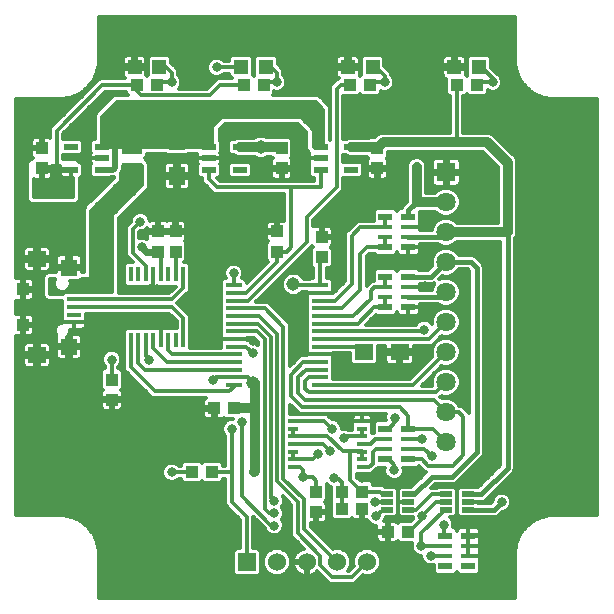
<source format=gtl>
G75*
%MOIN*%
%OFA0B0*%
%FSLAX25Y25*%
%IPPOS*%
%LPD*%
%AMOC8*
5,1,8,0,0,1.08239X$1,22.5*
%
%ADD10R,0.03937X0.04331*%
%ADD11R,0.04724X0.04724*%
%ADD12R,0.04331X0.03937*%
%ADD13R,0.06299X0.05512*%
%ADD14R,0.07008X0.04016*%
%ADD15R,0.05512X0.06299*%
%ADD16R,0.04528X0.01732*%
%ADD17R,0.04528X0.02480*%
%ADD18R,0.05500X0.01370*%
%ADD19R,0.04724X0.02165*%
%ADD20R,0.01260X0.04961*%
%ADD21R,0.05906X0.05315*%
%ADD22R,0.05512X0.05512*%
%ADD23R,0.04724X0.01575*%
%ADD24R,0.06437X0.06437*%
%ADD25C,0.06437*%
%ADD26R,0.03543X0.01378*%
%ADD27R,0.03937X0.01850*%
%ADD28R,0.06024X0.06024*%
%ADD29C,0.06024*%
%ADD30C,0.01200*%
%ADD31C,0.03200*%
%ADD32C,0.01400*%
%ADD33C,0.01600*%
%ADD34C,0.03200*%
%ADD35C,0.02000*%
%ADD36C,0.02400*%
%ADD37C,0.04500*%
D10*
X0116197Y0106500D03*
X0122890Y0106500D03*
X0089543Y0130654D03*
X0089543Y0137346D03*
X0060016Y0155594D03*
X0060016Y0167406D03*
X0104856Y0180029D03*
X0110793Y0180029D03*
X0110793Y0186721D03*
X0104856Y0186721D03*
X0066165Y0207738D03*
X0066165Y0214431D03*
X0097902Y0235516D03*
X0104594Y0235516D03*
X0133433Y0235516D03*
X0140126Y0235516D03*
X0146165Y0214431D03*
X0146165Y0207738D03*
X0159543Y0184846D03*
X0159543Y0178154D03*
X0178043Y0207738D03*
X0178043Y0214431D03*
X0175657Y0235516D03*
X0168965Y0235516D03*
X0204492Y0235516D03*
X0211185Y0235516D03*
X0172890Y0099937D03*
X0166197Y0099937D03*
X0166197Y0094312D03*
X0172890Y0094312D03*
X0157668Y0093154D03*
X0157668Y0099846D03*
D11*
X0168177Y0241500D03*
X0176445Y0241500D03*
X0203705Y0241500D03*
X0211972Y0241500D03*
X0140913Y0241500D03*
X0132646Y0241500D03*
X0105382Y0241500D03*
X0097114Y0241500D03*
D12*
X0144543Y0186721D03*
X0144543Y0180029D03*
X0130390Y0127712D03*
X0123697Y0127712D03*
X0181509Y0086500D03*
X0188202Y0086500D03*
D13*
X0185449Y0146500D03*
X0173638Y0146500D03*
D14*
X0096165Y0207581D03*
X0096165Y0214589D03*
D15*
X0111165Y0216990D03*
X0111165Y0205179D03*
D16*
X0180705Y0188075D03*
X0180705Y0184925D03*
X0188382Y0184925D03*
X0188382Y0188075D03*
X0188382Y0168075D03*
X0188382Y0164925D03*
X0180705Y0164925D03*
X0180705Y0168075D03*
X0180705Y0117450D03*
X0180705Y0114300D03*
X0188382Y0114300D03*
X0188382Y0117450D03*
X0200705Y0081825D03*
X0200705Y0078675D03*
X0208382Y0078675D03*
X0208382Y0081825D03*
D17*
X0208382Y0085348D03*
X0200705Y0085348D03*
X0200705Y0075152D03*
X0208382Y0075152D03*
X0188382Y0110777D03*
X0180705Y0110777D03*
X0180705Y0120973D03*
X0188382Y0120973D03*
X0188382Y0161402D03*
X0180705Y0161402D03*
X0180705Y0171598D03*
X0188382Y0171598D03*
X0188382Y0181402D03*
X0180705Y0181402D03*
X0180705Y0191598D03*
X0188382Y0191598D03*
D18*
X0158937Y0168759D03*
X0158937Y0166200D03*
X0158937Y0163641D03*
X0158937Y0161082D03*
X0158937Y0158523D03*
X0158937Y0155964D03*
X0158937Y0153405D03*
X0158937Y0150845D03*
X0158937Y0148286D03*
X0158937Y0145727D03*
X0158937Y0143168D03*
X0158937Y0140609D03*
X0158937Y0138050D03*
X0158937Y0135491D03*
X0130150Y0135491D03*
X0130150Y0138050D03*
X0130150Y0140609D03*
X0130150Y0143168D03*
X0130150Y0145727D03*
X0130150Y0148286D03*
X0130150Y0150845D03*
X0130150Y0153405D03*
X0130150Y0155964D03*
X0130150Y0158523D03*
X0130150Y0161082D03*
X0130150Y0163641D03*
X0130150Y0166200D03*
X0130150Y0168759D03*
D19*
X0132161Y0207344D03*
X0121925Y0207344D03*
X0121925Y0211085D03*
X0121925Y0214825D03*
X0132161Y0214825D03*
X0159157Y0214825D03*
X0159157Y0211085D03*
X0159157Y0207344D03*
X0169394Y0207344D03*
X0169394Y0214825D03*
X0086283Y0214825D03*
X0086283Y0211085D03*
X0086283Y0207344D03*
X0076047Y0207344D03*
X0076047Y0214825D03*
D20*
X0095791Y0172441D03*
X0098291Y0172441D03*
X0100791Y0172441D03*
X0103291Y0172441D03*
X0105791Y0172441D03*
X0108291Y0172441D03*
X0110791Y0172441D03*
X0113291Y0172441D03*
X0113291Y0150559D03*
X0110791Y0150559D03*
X0108291Y0150559D03*
X0105791Y0150559D03*
X0103291Y0150559D03*
X0100791Y0150559D03*
X0098291Y0150559D03*
X0095791Y0150559D03*
D21*
X0064543Y0145457D03*
X0064543Y0177543D03*
D22*
X0075173Y0174689D03*
X0075173Y0148311D03*
D23*
X0076984Y0156382D03*
X0076984Y0158941D03*
X0076984Y0161500D03*
X0076984Y0164059D03*
X0076984Y0166618D03*
D24*
X0200961Y0206500D03*
D25*
X0200961Y0196500D03*
X0200961Y0186500D03*
X0200961Y0176500D03*
X0200961Y0166500D03*
X0200961Y0156500D03*
X0200961Y0146500D03*
X0200961Y0136500D03*
X0200961Y0126500D03*
X0200961Y0116500D03*
D26*
X0172934Y0115875D03*
X0172934Y0113316D03*
X0172934Y0110757D03*
X0172934Y0108198D03*
X0172934Y0118434D03*
X0172934Y0120993D03*
X0172934Y0123552D03*
X0149903Y0123552D03*
X0149903Y0120993D03*
X0149903Y0118434D03*
X0149903Y0115875D03*
X0149903Y0113316D03*
X0149903Y0110757D03*
X0149903Y0108198D03*
D27*
X0181312Y0099059D03*
X0181312Y0096500D03*
X0181312Y0093941D03*
X0188399Y0093941D03*
X0188399Y0096500D03*
X0188399Y0099059D03*
X0201000Y0099059D03*
X0201000Y0096500D03*
X0201000Y0093941D03*
X0208087Y0093941D03*
X0208087Y0096500D03*
X0208087Y0099059D03*
D28*
X0134543Y0076500D03*
D29*
X0144543Y0076500D03*
X0154543Y0076500D03*
X0164543Y0076500D03*
X0174543Y0076500D03*
D30*
X0085277Y0078226D02*
X0085277Y0064675D01*
X0223809Y0064675D01*
X0223809Y0078226D01*
X0223766Y0078276D01*
X0223809Y0078880D01*
X0223809Y0079486D01*
X0223856Y0079532D01*
X0223896Y0080087D01*
X0223825Y0080196D01*
X0223942Y0080732D01*
X0223981Y0081279D01*
X0224079Y0081364D01*
X0224211Y0081970D01*
X0224157Y0082089D01*
X0224349Y0082602D01*
X0224465Y0083138D01*
X0224575Y0083208D01*
X0224792Y0083789D01*
X0224755Y0083914D01*
X0225018Y0084396D01*
X0225209Y0084909D01*
X0225328Y0084963D01*
X0225625Y0085508D01*
X0225606Y0085637D01*
X0225935Y0086076D01*
X0226198Y0086557D01*
X0226323Y0086593D01*
X0226694Y0087090D01*
X0226694Y0087220D01*
X0227082Y0087608D01*
X0227411Y0088047D01*
X0227539Y0088065D01*
X0227978Y0088504D01*
X0227997Y0088633D01*
X0228435Y0088961D01*
X0228823Y0089349D01*
X0228953Y0089349D01*
X0229450Y0089721D01*
X0229486Y0089846D01*
X0229968Y0090108D01*
X0230407Y0090437D01*
X0230536Y0090418D01*
X0231080Y0090716D01*
X0231134Y0090834D01*
X0231648Y0091026D01*
X0232129Y0091288D01*
X0232254Y0091252D01*
X0232835Y0091468D01*
X0232905Y0091578D01*
X0233441Y0091695D01*
X0233955Y0091886D01*
X0234073Y0091832D01*
X0234679Y0091964D01*
X0234764Y0092062D01*
X0235311Y0092101D01*
X0235847Y0092218D01*
X0235957Y0092148D01*
X0236511Y0092187D01*
X0236558Y0092234D01*
X0237163Y0092234D01*
X0237767Y0092277D01*
X0237817Y0092234D01*
X0251369Y0092234D01*
X0251369Y0230766D01*
X0237817Y0230766D01*
X0237767Y0230723D01*
X0237163Y0230766D01*
X0236558Y0230766D01*
X0236511Y0230813D01*
X0235957Y0230852D01*
X0235847Y0230782D01*
X0235311Y0230899D01*
X0234764Y0230938D01*
X0234679Y0231036D01*
X0234073Y0231168D01*
X0233955Y0231114D01*
X0233441Y0231305D01*
X0232905Y0231422D01*
X0232835Y0231532D01*
X0232254Y0231748D01*
X0232129Y0231712D01*
X0231648Y0231974D01*
X0231134Y0232166D01*
X0231080Y0232284D01*
X0230536Y0232582D01*
X0230407Y0232563D01*
X0229968Y0232892D01*
X0229486Y0233154D01*
X0229450Y0233279D01*
X0228953Y0233651D01*
X0228823Y0233651D01*
X0228435Y0234039D01*
X0227997Y0234367D01*
X0227978Y0234496D01*
X0227539Y0234935D01*
X0227411Y0234953D01*
X0227082Y0235392D01*
X0226694Y0235780D01*
X0226694Y0235910D01*
X0226323Y0236406D01*
X0226198Y0236443D01*
X0225935Y0236924D01*
X0225606Y0237363D01*
X0225625Y0237492D01*
X0225328Y0238037D01*
X0225209Y0238091D01*
X0225018Y0238604D01*
X0224755Y0239086D01*
X0224792Y0239211D01*
X0224575Y0239792D01*
X0224465Y0239862D01*
X0224349Y0240398D01*
X0224157Y0240911D01*
X0224211Y0241030D01*
X0224079Y0241636D01*
X0223981Y0241721D01*
X0223942Y0242268D01*
X0223825Y0242804D01*
X0223896Y0242913D01*
X0223856Y0243468D01*
X0223809Y0243514D01*
X0223809Y0244120D01*
X0223766Y0244724D01*
X0223809Y0244774D01*
X0223809Y0258325D01*
X0085277Y0258325D01*
X0085277Y0244774D01*
X0085320Y0244724D01*
X0085277Y0244120D01*
X0085277Y0243514D01*
X0085230Y0243468D01*
X0085191Y0242913D01*
X0085261Y0242804D01*
X0085145Y0242268D01*
X0085106Y0241721D01*
X0085007Y0241636D01*
X0084875Y0241030D01*
X0084929Y0240911D01*
X0084738Y0240398D01*
X0084621Y0239862D01*
X0084512Y0239792D01*
X0084295Y0239211D01*
X0084332Y0239086D01*
X0084069Y0238604D01*
X0083877Y0238091D01*
X0083759Y0238037D01*
X0083462Y0237492D01*
X0083480Y0237363D01*
X0083152Y0236924D01*
X0082889Y0236443D01*
X0082764Y0236406D01*
X0082392Y0235910D01*
X0082392Y0235780D01*
X0082005Y0235392D01*
X0081676Y0234953D01*
X0081547Y0234935D01*
X0081109Y0234496D01*
X0081090Y0234367D01*
X0080651Y0234039D01*
X0080263Y0233651D01*
X0080133Y0233651D01*
X0079637Y0233279D01*
X0079600Y0233154D01*
X0079119Y0232892D01*
X0078680Y0232563D01*
X0078551Y0232582D01*
X0078007Y0232284D01*
X0077953Y0232166D01*
X0077439Y0231974D01*
X0076958Y0231712D01*
X0076833Y0231748D01*
X0076252Y0231532D01*
X0076181Y0231422D01*
X0075646Y0231305D01*
X0075132Y0231114D01*
X0075013Y0231168D01*
X0074407Y0231036D01*
X0074322Y0230938D01*
X0073775Y0230899D01*
X0073240Y0230782D01*
X0073130Y0230852D01*
X0072576Y0230813D01*
X0072529Y0230766D01*
X0071923Y0230766D01*
X0071319Y0230723D01*
X0071269Y0230766D01*
X0057718Y0230766D01*
X0057718Y0171139D01*
X0057837Y0171171D01*
X0059631Y0171171D01*
X0059631Y0167790D01*
X0060400Y0167790D01*
X0060400Y0171171D01*
X0062195Y0171171D01*
X0062602Y0171062D01*
X0062967Y0170851D01*
X0063265Y0170553D01*
X0063475Y0170188D01*
X0063584Y0169782D01*
X0063584Y0167790D01*
X0060400Y0167790D01*
X0060400Y0167021D01*
X0060400Y0163640D01*
X0062195Y0163640D01*
X0062602Y0163749D01*
X0062967Y0163960D01*
X0063265Y0164258D01*
X0063475Y0164623D01*
X0063584Y0165030D01*
X0063584Y0167021D01*
X0060400Y0167021D01*
X0059631Y0167021D01*
X0059631Y0163640D01*
X0057837Y0163640D01*
X0057718Y0163672D01*
X0057718Y0159328D01*
X0057837Y0159360D01*
X0059631Y0159360D01*
X0059631Y0155979D01*
X0060400Y0155979D01*
X0060400Y0159360D01*
X0062195Y0159360D01*
X0062602Y0159251D01*
X0062967Y0159040D01*
X0063265Y0158742D01*
X0063475Y0158377D01*
X0063584Y0157970D01*
X0063584Y0155979D01*
X0060400Y0155979D01*
X0060400Y0155210D01*
X0060400Y0151829D01*
X0062195Y0151829D01*
X0062602Y0151938D01*
X0062967Y0152149D01*
X0063265Y0152447D01*
X0063475Y0152812D01*
X0063584Y0153218D01*
X0063584Y0155210D01*
X0060400Y0155210D01*
X0059631Y0155210D01*
X0059631Y0151829D01*
X0057837Y0151829D01*
X0057718Y0151861D01*
X0057718Y0092234D01*
X0071269Y0092234D01*
X0071319Y0092277D01*
X0071923Y0092234D01*
X0072529Y0092234D01*
X0072576Y0092187D01*
X0073130Y0092148D01*
X0073240Y0092218D01*
X0073775Y0092101D01*
X0074322Y0092062D01*
X0074407Y0091964D01*
X0075013Y0091832D01*
X0075132Y0091886D01*
X0075646Y0091695D01*
X0076181Y0091578D01*
X0076252Y0091468D01*
X0076833Y0091252D01*
X0076958Y0091288D01*
X0077439Y0091026D01*
X0077953Y0090834D01*
X0078007Y0090716D01*
X0078551Y0090418D01*
X0078680Y0090437D01*
X0079119Y0090108D01*
X0079600Y0089846D01*
X0079637Y0089721D01*
X0080133Y0089349D01*
X0080263Y0089349D01*
X0080651Y0088961D01*
X0081090Y0088633D01*
X0081109Y0088504D01*
X0081547Y0088065D01*
X0081676Y0088047D01*
X0082005Y0087608D01*
X0082392Y0087220D01*
X0082392Y0087090D01*
X0082764Y0086593D01*
X0082889Y0086557D01*
X0083152Y0086076D01*
X0083480Y0085637D01*
X0083462Y0085508D01*
X0083759Y0084963D01*
X0083877Y0084909D01*
X0084069Y0084396D01*
X0084332Y0083914D01*
X0084295Y0083789D01*
X0084512Y0083208D01*
X0084621Y0083138D01*
X0084738Y0082602D01*
X0084929Y0082089D01*
X0084875Y0081970D01*
X0085007Y0081364D01*
X0085106Y0081279D01*
X0085145Y0080732D01*
X0085261Y0080196D01*
X0085191Y0080087D01*
X0085230Y0079532D01*
X0085277Y0079486D01*
X0085277Y0078880D01*
X0085320Y0078276D01*
X0085277Y0078226D01*
X0085320Y0078279D02*
X0129931Y0078279D01*
X0129931Y0077081D02*
X0085277Y0077081D01*
X0085277Y0075882D02*
X0129931Y0075882D01*
X0129931Y0074684D02*
X0085277Y0074684D01*
X0085277Y0073485D02*
X0129931Y0073485D01*
X0129931Y0072825D02*
X0130869Y0071888D01*
X0138218Y0071888D01*
X0139155Y0072825D01*
X0139155Y0080175D01*
X0138218Y0081112D01*
X0136743Y0081112D01*
X0136743Y0091501D01*
X0140468Y0087776D01*
X0140556Y0087689D01*
X0140893Y0086875D01*
X0141793Y0085975D01*
X0142969Y0085488D01*
X0144242Y0085488D01*
X0145418Y0085975D01*
X0146319Y0086875D01*
X0146806Y0088051D01*
X0146806Y0089324D01*
X0146319Y0090500D01*
X0146100Y0090719D01*
X0146319Y0090937D01*
X0146806Y0092113D01*
X0146806Y0093387D01*
X0146319Y0094563D01*
X0146100Y0094781D01*
X0146319Y0095000D01*
X0146806Y0096176D01*
X0146806Y0097449D01*
X0146415Y0098392D01*
X0149218Y0095589D01*
X0149218Y0085276D01*
X0153492Y0081003D01*
X0153463Y0080998D01*
X0152773Y0080774D01*
X0152126Y0080444D01*
X0151539Y0080018D01*
X0151026Y0079504D01*
X0150599Y0078917D01*
X0150269Y0078270D01*
X0150045Y0077580D01*
X0149938Y0076904D01*
X0154139Y0076904D01*
X0154139Y0076096D01*
X0149938Y0076096D01*
X0150045Y0075420D01*
X0150269Y0074730D01*
X0150599Y0074083D01*
X0151026Y0073496D01*
X0151539Y0072982D01*
X0152126Y0072556D01*
X0152773Y0072226D01*
X0153463Y0072002D01*
X0154139Y0071895D01*
X0154139Y0076096D01*
X0154947Y0076096D01*
X0154947Y0071895D01*
X0155623Y0072002D01*
X0156314Y0072226D01*
X0156960Y0072556D01*
X0157548Y0072982D01*
X0157967Y0073402D01*
X0160781Y0070589D01*
X0162070Y0069300D01*
X0170455Y0069300D01*
X0173214Y0072059D01*
X0173626Y0071888D01*
X0175461Y0071888D01*
X0177156Y0072590D01*
X0178453Y0073888D01*
X0179155Y0075583D01*
X0179155Y0077417D01*
X0178453Y0079112D01*
X0177156Y0080410D01*
X0175461Y0081112D01*
X0173626Y0081112D01*
X0171931Y0080410D01*
X0170634Y0079112D01*
X0169931Y0077417D01*
X0169931Y0075583D01*
X0170102Y0075170D01*
X0168632Y0073700D01*
X0168265Y0073700D01*
X0168453Y0073888D01*
X0169155Y0075583D01*
X0169155Y0077417D01*
X0168453Y0079112D01*
X0167156Y0080410D01*
X0165461Y0081112D01*
X0163626Y0081112D01*
X0163214Y0080941D01*
X0155806Y0088349D01*
X0155806Y0089388D01*
X0157284Y0089388D01*
X0157284Y0092769D01*
X0158053Y0092769D01*
X0158053Y0093538D01*
X0161237Y0093538D01*
X0161237Y0095530D01*
X0161128Y0095936D01*
X0160917Y0096301D01*
X0160718Y0096500D01*
X0161237Y0097018D01*
X0161237Y0102469D01*
X0161793Y0101912D01*
X0162628Y0101566D01*
X0162628Y0097141D01*
X0162628Y0091484D01*
X0163566Y0090547D01*
X0168828Y0090547D01*
X0169569Y0091289D01*
X0169641Y0091165D01*
X0169939Y0090867D01*
X0170304Y0090656D01*
X0170711Y0090547D01*
X0172505Y0090547D01*
X0172505Y0093928D01*
X0173274Y0093928D01*
X0173274Y0090547D01*
X0174729Y0090547D01*
X0174955Y0090000D01*
X0175856Y0089100D01*
X0177032Y0088612D01*
X0177744Y0088612D01*
X0177744Y0086884D01*
X0181125Y0086884D01*
X0181125Y0086116D01*
X0177744Y0086116D01*
X0177744Y0084321D01*
X0177853Y0083914D01*
X0178064Y0083549D01*
X0178362Y0083251D01*
X0178726Y0083041D01*
X0179133Y0082931D01*
X0181125Y0082931D01*
X0181125Y0086116D01*
X0181894Y0086116D01*
X0181894Y0082931D01*
X0183885Y0082931D01*
X0184292Y0083041D01*
X0184657Y0083251D01*
X0184856Y0083450D01*
X0185374Y0082931D01*
X0189668Y0082931D01*
X0189468Y0082449D01*
X0189468Y0081176D01*
X0189955Y0080000D01*
X0190856Y0079100D01*
X0192032Y0078613D01*
X0192593Y0078613D01*
X0192593Y0078051D01*
X0193080Y0076875D01*
X0193981Y0075975D01*
X0195157Y0075488D01*
X0196430Y0075488D01*
X0196841Y0075658D01*
X0196841Y0073249D01*
X0197778Y0072311D01*
X0203631Y0072311D01*
X0204543Y0073223D01*
X0205455Y0072311D01*
X0211308Y0072311D01*
X0212246Y0073249D01*
X0212246Y0077054D01*
X0212126Y0077174D01*
X0212137Y0077191D01*
X0212246Y0077598D01*
X0212246Y0078675D01*
X0208382Y0078675D01*
X0208382Y0078675D01*
X0212246Y0078675D01*
X0212246Y0079752D01*
X0212137Y0080159D01*
X0212084Y0080250D01*
X0212137Y0080341D01*
X0212246Y0080748D01*
X0212246Y0081825D01*
X0212246Y0082902D01*
X0212137Y0083309D01*
X0212084Y0083400D01*
X0212137Y0083491D01*
X0212246Y0083898D01*
X0212246Y0085328D01*
X0208402Y0085328D01*
X0208402Y0084291D01*
X0208382Y0084291D01*
X0208382Y0081825D01*
X0208382Y0081825D01*
X0212246Y0081825D01*
X0208382Y0081825D01*
X0208382Y0081825D01*
X0208382Y0084291D01*
X0208362Y0084291D01*
X0208362Y0085328D01*
X0208402Y0085328D01*
X0208402Y0085369D01*
X0208362Y0085369D01*
X0208362Y0088189D01*
X0205907Y0088189D01*
X0205501Y0088080D01*
X0205136Y0087869D01*
X0204838Y0087571D01*
X0204627Y0087206D01*
X0204568Y0086987D01*
X0204568Y0087251D01*
X0203631Y0088189D01*
X0203296Y0088189D01*
X0203368Y0088363D01*
X0203368Y0089637D01*
X0202881Y0090813D01*
X0202278Y0091416D01*
X0203631Y0091416D01*
X0204543Y0092328D01*
X0205455Y0091416D01*
X0210718Y0091416D01*
X0210843Y0091541D01*
X0217462Y0091541D01*
X0218344Y0091906D01*
X0219737Y0093300D01*
X0220180Y0093300D01*
X0221356Y0093787D01*
X0222256Y0094687D01*
X0222743Y0095863D01*
X0222743Y0097137D01*
X0222256Y0098313D01*
X0221356Y0099213D01*
X0220180Y0099700D01*
X0218907Y0099700D01*
X0217731Y0099213D01*
X0216830Y0098313D01*
X0216343Y0097137D01*
X0216343Y0096694D01*
X0215990Y0096341D01*
X0211655Y0096341D01*
X0211655Y0096500D01*
X0211655Y0096659D01*
X0213205Y0096659D01*
X0214087Y0097024D01*
X0223453Y0106391D01*
X0223818Y0107273D01*
X0223818Y0184375D01*
X0224131Y0184687D01*
X0224618Y0185863D01*
X0224618Y0210262D01*
X0224131Y0211438D01*
X0217256Y0218313D01*
X0216356Y0219213D01*
X0215180Y0219700D01*
X0206692Y0219700D01*
X0206692Y0231750D01*
X0207123Y0231750D01*
X0207839Y0232466D01*
X0208554Y0231750D01*
X0213816Y0231750D01*
X0214754Y0232688D01*
X0214754Y0233726D01*
X0215782Y0233300D01*
X0217055Y0233300D01*
X0218231Y0233787D01*
X0219131Y0234687D01*
X0219618Y0235863D01*
X0219618Y0237137D01*
X0219131Y0238313D01*
X0218231Y0239213D01*
X0217951Y0239329D01*
X0217330Y0239950D01*
X0215935Y0241345D01*
X0215935Y0244525D01*
X0214997Y0245462D01*
X0208947Y0245462D01*
X0208010Y0244525D01*
X0208010Y0238738D01*
X0207839Y0238566D01*
X0207627Y0238778D01*
X0207667Y0238927D01*
X0207667Y0240919D01*
X0204286Y0240919D01*
X0204286Y0242081D01*
X0207667Y0242081D01*
X0207667Y0244073D01*
X0207558Y0244480D01*
X0207347Y0244845D01*
X0207049Y0245143D01*
X0206684Y0245353D01*
X0206278Y0245462D01*
X0204286Y0245462D01*
X0204286Y0242081D01*
X0203124Y0242081D01*
X0203124Y0245462D01*
X0201132Y0245462D01*
X0200725Y0245353D01*
X0200360Y0245143D01*
X0200062Y0244845D01*
X0199852Y0244480D01*
X0199743Y0244073D01*
X0199743Y0242081D01*
X0203124Y0242081D01*
X0203124Y0240919D01*
X0199743Y0240919D01*
X0199743Y0238927D01*
X0199852Y0238520D01*
X0200062Y0238155D01*
X0200360Y0237857D01*
X0200725Y0237647D01*
X0200924Y0237594D01*
X0200924Y0232688D01*
X0201861Y0231750D01*
X0202292Y0231750D01*
X0202292Y0219700D01*
X0179476Y0219700D01*
X0178300Y0219213D01*
X0177283Y0218196D01*
X0175412Y0218196D01*
X0175240Y0218025D01*
X0168757Y0218025D01*
X0167581Y0217538D01*
X0167551Y0217507D01*
X0166743Y0217507D01*
X0166743Y0231750D01*
X0171596Y0231750D01*
X0172311Y0232466D01*
X0173026Y0231750D01*
X0178289Y0231750D01*
X0179226Y0232688D01*
X0179226Y0233556D01*
X0179844Y0233300D01*
X0181117Y0233300D01*
X0182293Y0233787D01*
X0183194Y0234687D01*
X0183681Y0235863D01*
X0183681Y0237137D01*
X0183194Y0238313D01*
X0182681Y0238825D01*
X0182681Y0239599D01*
X0181392Y0240887D01*
X0180407Y0241872D01*
X0180407Y0244525D01*
X0179470Y0245462D01*
X0173420Y0245462D01*
X0172483Y0244525D01*
X0172483Y0238738D01*
X0172311Y0238566D01*
X0172099Y0238778D01*
X0172139Y0238927D01*
X0172139Y0240919D01*
X0168758Y0240919D01*
X0168758Y0242081D01*
X0167596Y0242081D01*
X0167596Y0240919D01*
X0164215Y0240919D01*
X0164215Y0238927D01*
X0164324Y0238520D01*
X0164535Y0238155D01*
X0164833Y0237857D01*
X0165078Y0237716D01*
X0164835Y0237716D01*
X0162343Y0235224D01*
X0162343Y0217347D01*
X0162315Y0217375D01*
X0162315Y0227812D01*
X0161950Y0228694D01*
X0159450Y0231194D01*
X0158775Y0231869D01*
X0157893Y0232235D01*
X0143241Y0232235D01*
X0143694Y0232688D01*
X0143694Y0233388D01*
X0143907Y0233300D01*
X0145180Y0233300D01*
X0146356Y0233787D01*
X0147256Y0234687D01*
X0147743Y0235863D01*
X0147743Y0237137D01*
X0147256Y0238313D01*
X0146743Y0238825D01*
X0146743Y0240536D01*
X0145455Y0241825D01*
X0144876Y0242404D01*
X0144876Y0244525D01*
X0143938Y0245462D01*
X0137888Y0245462D01*
X0136951Y0244525D01*
X0136951Y0238738D01*
X0136780Y0238566D01*
X0136608Y0238738D01*
X0136608Y0244525D01*
X0135671Y0245462D01*
X0129621Y0245462D01*
X0128683Y0244525D01*
X0128683Y0243700D01*
X0126869Y0243700D01*
X0126356Y0244213D01*
X0125180Y0244700D01*
X0123907Y0244700D01*
X0122731Y0244213D01*
X0121830Y0243313D01*
X0121343Y0242137D01*
X0121343Y0240863D01*
X0121830Y0239687D01*
X0122731Y0238787D01*
X0123907Y0238300D01*
X0125180Y0238300D01*
X0126356Y0238787D01*
X0126869Y0239300D01*
X0128683Y0239300D01*
X0128683Y0238475D01*
X0129443Y0237716D01*
X0124614Y0237716D01*
X0121223Y0234325D01*
X0111894Y0234325D01*
X0112256Y0234687D01*
X0112743Y0235863D01*
X0112743Y0237137D01*
X0112256Y0238313D01*
X0111743Y0238825D01*
X0111743Y0240536D01*
X0110455Y0241825D01*
X0109344Y0242935D01*
X0109344Y0244525D01*
X0108407Y0245462D01*
X0102357Y0245462D01*
X0101420Y0244525D01*
X0101420Y0238738D01*
X0101248Y0238566D01*
X0101036Y0238778D01*
X0101076Y0238927D01*
X0101076Y0240919D01*
X0097695Y0240919D01*
X0097695Y0242081D01*
X0096533Y0242081D01*
X0096533Y0240919D01*
X0093152Y0240919D01*
X0093152Y0238927D01*
X0093261Y0238520D01*
X0093472Y0238155D01*
X0093770Y0237857D01*
X0094015Y0237716D01*
X0085460Y0237716D01*
X0084172Y0236427D01*
X0070195Y0222450D01*
X0070195Y0222450D01*
X0068906Y0221161D01*
X0068906Y0217998D01*
X0068751Y0218087D01*
X0068345Y0218196D01*
X0066550Y0218196D01*
X0066550Y0214815D01*
X0065781Y0214815D01*
X0065781Y0214047D01*
X0062597Y0214047D01*
X0062597Y0212055D01*
X0062706Y0211648D01*
X0062917Y0211283D01*
X0063115Y0211085D01*
X0062918Y0210887D01*
X0062695Y0210887D01*
X0061406Y0209599D01*
X0061406Y0197151D01*
X0062695Y0195862D01*
X0077642Y0195862D01*
X0078931Y0197151D01*
X0078931Y0204662D01*
X0079072Y0204662D01*
X0080009Y0205599D01*
X0080009Y0209090D01*
X0079072Y0210027D01*
X0078502Y0210027D01*
X0077642Y0210887D01*
X0073306Y0210887D01*
X0073306Y0212142D01*
X0079072Y0212142D01*
X0080009Y0213079D01*
X0080009Y0216570D01*
X0079072Y0217507D01*
X0073306Y0217507D01*
X0073306Y0219339D01*
X0087283Y0233316D01*
X0094333Y0233316D01*
X0094333Y0232688D01*
X0094786Y0232235D01*
X0090688Y0232235D01*
X0089806Y0231869D01*
X0089131Y0231194D01*
X0084806Y0226869D01*
X0084806Y0226869D01*
X0084131Y0226194D01*
X0083765Y0225312D01*
X0083765Y0217507D01*
X0083259Y0217507D01*
X0082321Y0216570D01*
X0082321Y0213079D01*
X0082498Y0212902D01*
X0082430Y0212785D01*
X0082321Y0212378D01*
X0082321Y0211085D01*
X0086283Y0211085D01*
X0086283Y0211085D01*
X0082321Y0211085D01*
X0082321Y0209791D01*
X0082430Y0209384D01*
X0082498Y0209267D01*
X0082321Y0209090D01*
X0082321Y0205599D01*
X0083259Y0204662D01*
X0089308Y0204662D01*
X0089391Y0204744D01*
X0090268Y0204744D01*
X0090268Y0204682D01*
X0080634Y0195047D01*
X0080268Y0194165D01*
X0080268Y0173275D01*
X0079529Y0173275D01*
X0079529Y0174089D01*
X0075773Y0174089D01*
X0075773Y0175289D01*
X0074573Y0175289D01*
X0074573Y0174089D01*
X0070817Y0174089D01*
X0070817Y0173275D01*
X0068441Y0173275D01*
X0067559Y0172910D01*
X0066884Y0172234D01*
X0066518Y0171352D01*
X0066518Y0165398D01*
X0066884Y0164516D01*
X0067559Y0163840D01*
X0068441Y0163475D01*
X0073022Y0163475D01*
X0073022Y0157491D01*
X0073045Y0157467D01*
X0073022Y0157380D01*
X0073022Y0156382D01*
X0076984Y0156382D01*
X0076984Y0156382D01*
X0073022Y0156382D01*
X0073022Y0156210D01*
X0072494Y0156210D01*
X0071544Y0155817D01*
X0070817Y0155090D01*
X0070424Y0154140D01*
X0070424Y0153112D01*
X0070817Y0152162D01*
X0071061Y0151918D01*
X0070926Y0151684D01*
X0070817Y0151278D01*
X0070817Y0148911D01*
X0074573Y0148911D01*
X0074573Y0147711D01*
X0070817Y0147711D01*
X0070817Y0145344D01*
X0070926Y0144938D01*
X0071137Y0144573D01*
X0071435Y0144275D01*
X0071800Y0144064D01*
X0072207Y0143955D01*
X0074573Y0143955D01*
X0074573Y0147711D01*
X0075773Y0147711D01*
X0075773Y0143955D01*
X0078140Y0143955D01*
X0078547Y0144064D01*
X0078912Y0144275D01*
X0079209Y0144573D01*
X0079420Y0144938D01*
X0079529Y0145344D01*
X0079529Y0147711D01*
X0075773Y0147711D01*
X0075773Y0148911D01*
X0074573Y0148911D01*
X0074573Y0151537D01*
X0075199Y0152162D01*
X0075592Y0153112D01*
X0075592Y0153994D01*
X0076984Y0153994D01*
X0076984Y0156382D01*
X0076984Y0156382D01*
X0080946Y0156382D01*
X0080946Y0157380D01*
X0080923Y0157467D01*
X0080946Y0157491D01*
X0080946Y0159300D01*
X0108632Y0159300D01*
X0111091Y0156841D01*
X0111091Y0154639D01*
X0106999Y0154639D01*
X0106921Y0154562D01*
X0106632Y0154639D01*
X0105791Y0154639D01*
X0104951Y0154639D01*
X0104661Y0154562D01*
X0104584Y0154639D01*
X0094499Y0154639D01*
X0093561Y0153702D01*
X0093561Y0147416D01*
X0093591Y0147386D01*
X0093591Y0144028D01*
X0093593Y0144026D01*
X0093593Y0140589D01*
X0094882Y0139300D01*
X0101718Y0132464D01*
X0103007Y0131175D01*
X0120929Y0131175D01*
X0120914Y0131171D01*
X0120549Y0130960D01*
X0120251Y0130663D01*
X0120041Y0130298D01*
X0119931Y0129891D01*
X0119931Y0128096D01*
X0123313Y0128096D01*
X0123313Y0127327D01*
X0124081Y0127327D01*
X0124081Y0124143D01*
X0126073Y0124143D01*
X0126480Y0124252D01*
X0126845Y0124463D01*
X0127043Y0124661D01*
X0127562Y0124143D01*
X0129965Y0124143D01*
X0129937Y0124075D01*
X0128907Y0124075D01*
X0127731Y0123588D01*
X0126830Y0122688D01*
X0126343Y0121512D01*
X0126343Y0120238D01*
X0126830Y0119062D01*
X0127343Y0118550D01*
X0127343Y0108700D01*
X0126458Y0108700D01*
X0126458Y0109328D01*
X0125521Y0110265D01*
X0120259Y0110265D01*
X0119543Y0109550D01*
X0118828Y0110265D01*
X0113566Y0110265D01*
X0112628Y0109328D01*
X0112628Y0108700D01*
X0111869Y0108700D01*
X0111356Y0109213D01*
X0110180Y0109700D01*
X0108907Y0109700D01*
X0107731Y0109213D01*
X0106830Y0108313D01*
X0106343Y0107137D01*
X0106343Y0105863D01*
X0106830Y0104687D01*
X0107731Y0103787D01*
X0108907Y0103300D01*
X0110180Y0103300D01*
X0111356Y0103787D01*
X0111869Y0104300D01*
X0112628Y0104300D01*
X0112628Y0103672D01*
X0113566Y0102735D01*
X0118828Y0102735D01*
X0119543Y0103450D01*
X0120259Y0102735D01*
X0125521Y0102735D01*
X0126458Y0103672D01*
X0126458Y0104300D01*
X0127343Y0104300D01*
X0127343Y0095589D01*
X0132343Y0090589D01*
X0132343Y0081112D01*
X0130869Y0081112D01*
X0129931Y0080175D01*
X0129931Y0072825D01*
X0130470Y0072287D02*
X0085277Y0072287D01*
X0085277Y0071088D02*
X0160281Y0071088D01*
X0159083Y0072287D02*
X0156432Y0072287D01*
X0154947Y0072287D02*
X0154139Y0072287D01*
X0154139Y0073485D02*
X0154947Y0073485D01*
X0154947Y0074684D02*
X0154139Y0074684D01*
X0154139Y0075882D02*
X0154947Y0075882D01*
X0158918Y0075563D02*
X0158918Y0078688D01*
X0151418Y0086188D01*
X0151418Y0096500D01*
X0144543Y0103375D01*
X0144543Y0152625D01*
X0138646Y0158523D01*
X0130150Y0158523D01*
X0130150Y0161082D02*
X0140587Y0161082D01*
X0146731Y0154938D01*
X0146731Y0104312D01*
X0153606Y0097437D01*
X0153606Y0087437D01*
X0164543Y0076500D01*
X0168798Y0078279D02*
X0170288Y0078279D01*
X0169931Y0077081D02*
X0169155Y0077081D01*
X0169155Y0075882D02*
X0169931Y0075882D01*
X0169616Y0074684D02*
X0168783Y0074684D01*
X0169543Y0071500D02*
X0162981Y0071500D01*
X0158918Y0075563D01*
X0161480Y0069890D02*
X0085277Y0069890D01*
X0085277Y0068691D02*
X0223809Y0068691D01*
X0223809Y0067493D02*
X0085277Y0067493D01*
X0085277Y0066294D02*
X0223809Y0066294D01*
X0223809Y0065096D02*
X0085277Y0065096D01*
X0085277Y0079478D02*
X0129931Y0079478D01*
X0130433Y0080676D02*
X0085157Y0080676D01*
X0084896Y0081875D02*
X0132343Y0081875D01*
X0132343Y0083073D02*
X0084635Y0083073D01*
X0084137Y0084272D02*
X0132343Y0084272D01*
X0132343Y0085470D02*
X0083482Y0085470D01*
X0082708Y0086669D02*
X0132343Y0086669D01*
X0132343Y0087867D02*
X0081810Y0087867D01*
X0080547Y0089066D02*
X0132343Y0089066D01*
X0132343Y0090264D02*
X0078911Y0090264D01*
X0076267Y0091463D02*
X0131469Y0091463D01*
X0130271Y0092661D02*
X0057718Y0092661D01*
X0057718Y0093860D02*
X0129072Y0093860D01*
X0127874Y0095058D02*
X0057718Y0095058D01*
X0057718Y0096257D02*
X0127343Y0096257D01*
X0127343Y0097455D02*
X0057718Y0097455D01*
X0057718Y0098654D02*
X0127343Y0098654D01*
X0127343Y0099852D02*
X0057718Y0099852D01*
X0057718Y0101051D02*
X0127343Y0101051D01*
X0127343Y0102249D02*
X0057718Y0102249D01*
X0057718Y0103448D02*
X0108550Y0103448D01*
X0110537Y0103448D02*
X0112852Y0103448D01*
X0109543Y0106500D02*
X0116197Y0106500D01*
X0119541Y0103448D02*
X0119545Y0103448D01*
X0122890Y0106500D02*
X0129543Y0106500D01*
X0129543Y0096500D01*
X0134543Y0091500D01*
X0134543Y0076500D01*
X0139155Y0077081D02*
X0139931Y0077081D01*
X0139931Y0077417D02*
X0139931Y0075583D01*
X0140634Y0073888D01*
X0141931Y0072590D01*
X0143626Y0071888D01*
X0145461Y0071888D01*
X0147156Y0072590D01*
X0148453Y0073888D01*
X0149155Y0075583D01*
X0149155Y0077417D01*
X0148453Y0079112D01*
X0147156Y0080410D01*
X0145461Y0081112D01*
X0143626Y0081112D01*
X0141931Y0080410D01*
X0140634Y0079112D01*
X0139931Y0077417D01*
X0140288Y0078279D02*
X0139155Y0078279D01*
X0139155Y0079478D02*
X0140999Y0079478D01*
X0142574Y0080676D02*
X0138653Y0080676D01*
X0136743Y0081875D02*
X0152620Y0081875D01*
X0152581Y0080676D02*
X0146512Y0080676D01*
X0148088Y0079478D02*
X0151006Y0079478D01*
X0150274Y0078279D02*
X0148798Y0078279D01*
X0149155Y0077081D02*
X0149966Y0077081D01*
X0149972Y0075882D02*
X0149155Y0075882D01*
X0148783Y0074684D02*
X0150293Y0074684D01*
X0151036Y0073485D02*
X0148051Y0073485D01*
X0146423Y0072287D02*
X0152654Y0072287D01*
X0142664Y0072287D02*
X0138616Y0072287D01*
X0139155Y0073485D02*
X0141036Y0073485D01*
X0140304Y0074684D02*
X0139155Y0074684D01*
X0139155Y0075882D02*
X0139931Y0075882D01*
X0136743Y0083073D02*
X0151421Y0083073D01*
X0150223Y0084272D02*
X0136743Y0084272D01*
X0136743Y0085470D02*
X0149218Y0085470D01*
X0149218Y0086669D02*
X0146113Y0086669D01*
X0146730Y0087867D02*
X0149218Y0087867D01*
X0149218Y0089066D02*
X0146806Y0089066D01*
X0146416Y0090264D02*
X0149218Y0090264D01*
X0149218Y0091463D02*
X0146536Y0091463D01*
X0146806Y0092661D02*
X0149218Y0092661D01*
X0149218Y0093860D02*
X0146610Y0093860D01*
X0146343Y0095058D02*
X0149218Y0095058D01*
X0148550Y0096257D02*
X0146806Y0096257D01*
X0146803Y0097455D02*
X0147352Y0097455D01*
X0143606Y0096812D02*
X0142668Y0097750D01*
X0142668Y0151500D01*
X0138205Y0155964D01*
X0130150Y0155964D01*
X0130150Y0153405D02*
X0137951Y0153405D01*
X0140481Y0150875D01*
X0140481Y0094312D01*
X0142043Y0092750D01*
X0143606Y0092750D01*
X0143606Y0088687D02*
X0142668Y0088687D01*
X0132981Y0098375D01*
X0132981Y0123062D01*
X0129543Y0120875D02*
X0129543Y0106500D01*
X0127343Y0109440D02*
X0126346Y0109440D01*
X0127343Y0110639D02*
X0057718Y0110639D01*
X0057718Y0111837D02*
X0127343Y0111837D01*
X0127343Y0113036D02*
X0057718Y0113036D01*
X0057718Y0114234D02*
X0127343Y0114234D01*
X0127343Y0115433D02*
X0057718Y0115433D01*
X0057718Y0116632D02*
X0127343Y0116632D01*
X0127343Y0117830D02*
X0057718Y0117830D01*
X0057718Y0119029D02*
X0126864Y0119029D01*
X0126348Y0120227D02*
X0057718Y0120227D01*
X0057718Y0121426D02*
X0126343Y0121426D01*
X0126804Y0122624D02*
X0057718Y0122624D01*
X0057718Y0123823D02*
X0128297Y0123823D01*
X0124081Y0125021D02*
X0123313Y0125021D01*
X0123313Y0124143D02*
X0123313Y0127327D01*
X0119931Y0127327D01*
X0119931Y0125532D01*
X0120041Y0125126D01*
X0120251Y0124761D01*
X0120549Y0124463D01*
X0120914Y0124252D01*
X0121321Y0124143D01*
X0123313Y0124143D01*
X0123313Y0126220D02*
X0124081Y0126220D01*
X0123313Y0127418D02*
X0092704Y0127418D01*
X0092792Y0127506D02*
X0093003Y0127871D01*
X0093112Y0128278D01*
X0093112Y0130269D01*
X0089928Y0130269D01*
X0089928Y0131038D01*
X0093112Y0131038D01*
X0093112Y0133030D01*
X0093003Y0133436D01*
X0092792Y0133801D01*
X0092593Y0134000D01*
X0093112Y0134518D01*
X0093112Y0140175D01*
X0092175Y0141112D01*
X0091743Y0141112D01*
X0091743Y0141675D01*
X0092256Y0142187D01*
X0092743Y0143363D01*
X0092743Y0144637D01*
X0092256Y0145813D01*
X0091356Y0146713D01*
X0090180Y0147200D01*
X0088907Y0147200D01*
X0087731Y0146713D01*
X0086830Y0145813D01*
X0086343Y0144637D01*
X0086343Y0143363D01*
X0086830Y0142187D01*
X0087343Y0141675D01*
X0087343Y0141112D01*
X0086912Y0141112D01*
X0085975Y0140175D01*
X0085975Y0134518D01*
X0086493Y0134000D01*
X0086294Y0133801D01*
X0086084Y0133436D01*
X0085975Y0133030D01*
X0085975Y0131038D01*
X0089159Y0131038D01*
X0089159Y0130269D01*
X0089928Y0130269D01*
X0089928Y0126888D01*
X0091722Y0126888D01*
X0092129Y0126997D01*
X0092494Y0127208D01*
X0092792Y0127506D01*
X0093112Y0128617D02*
X0119931Y0128617D01*
X0119931Y0129815D02*
X0093112Y0129815D01*
X0093112Y0132212D02*
X0101970Y0132212D01*
X0100771Y0133411D02*
X0093010Y0133411D01*
X0093112Y0134609D02*
X0099573Y0134609D01*
X0098374Y0135808D02*
X0093112Y0135808D01*
X0093112Y0137006D02*
X0097176Y0137006D01*
X0095977Y0138205D02*
X0093112Y0138205D01*
X0093112Y0139403D02*
X0094779Y0139403D01*
X0093593Y0140602D02*
X0092685Y0140602D01*
X0091869Y0141800D02*
X0093593Y0141800D01*
X0093593Y0142999D02*
X0092592Y0142999D01*
X0092743Y0144197D02*
X0093591Y0144197D01*
X0093591Y0145396D02*
X0092429Y0145396D01*
X0091474Y0146594D02*
X0093591Y0146594D01*
X0093561Y0147793D02*
X0075773Y0147793D01*
X0075773Y0148911D02*
X0079529Y0148911D01*
X0079529Y0151278D01*
X0079420Y0151684D01*
X0079209Y0152049D01*
X0078912Y0152347D01*
X0078547Y0152558D01*
X0078140Y0152667D01*
X0075773Y0152667D01*
X0075773Y0148911D01*
X0075773Y0148991D02*
X0074573Y0148991D01*
X0074573Y0147793D02*
X0069096Y0147793D01*
X0069096Y0148325D02*
X0068987Y0148732D01*
X0068776Y0149097D01*
X0068478Y0149394D01*
X0068114Y0149605D01*
X0067707Y0149714D01*
X0065143Y0149714D01*
X0065143Y0146057D01*
X0063943Y0146057D01*
X0063943Y0149714D01*
X0061380Y0149714D01*
X0060973Y0149605D01*
X0060608Y0149394D01*
X0060310Y0149097D01*
X0060100Y0148732D01*
X0059991Y0148325D01*
X0059991Y0146057D01*
X0063943Y0146057D01*
X0063943Y0144857D01*
X0059991Y0144857D01*
X0059991Y0142589D01*
X0060100Y0142182D01*
X0060310Y0141817D01*
X0060608Y0141519D01*
X0060973Y0141308D01*
X0061380Y0141199D01*
X0063943Y0141199D01*
X0063943Y0144857D01*
X0065143Y0144857D01*
X0065143Y0141199D01*
X0067707Y0141199D01*
X0068114Y0141308D01*
X0068478Y0141519D01*
X0068776Y0141817D01*
X0068987Y0142182D01*
X0069096Y0142589D01*
X0069096Y0144857D01*
X0065143Y0144857D01*
X0065143Y0146057D01*
X0069096Y0146057D01*
X0069096Y0148325D01*
X0068837Y0148991D02*
X0070817Y0148991D01*
X0070817Y0150190D02*
X0057718Y0150190D01*
X0057718Y0151388D02*
X0070847Y0151388D01*
X0070641Y0152587D02*
X0063345Y0152587D01*
X0063584Y0153785D02*
X0070424Y0153785D01*
X0070773Y0154984D02*
X0063584Y0154984D01*
X0063584Y0156182D02*
X0072427Y0156182D01*
X0073022Y0157381D02*
X0063584Y0157381D01*
X0063359Y0158579D02*
X0073022Y0158579D01*
X0073022Y0159778D02*
X0057718Y0159778D01*
X0057718Y0160976D02*
X0073022Y0160976D01*
X0073022Y0162175D02*
X0057718Y0162175D01*
X0057718Y0163373D02*
X0073022Y0163373D01*
X0073105Y0165875D02*
X0068918Y0165875D01*
X0068918Y0170875D01*
X0070616Y0170875D01*
X0070224Y0169928D01*
X0070224Y0168820D01*
X0070648Y0167797D01*
X0071431Y0167014D01*
X0072454Y0166590D01*
X0073562Y0166590D01*
X0074585Y0167014D01*
X0075368Y0167797D01*
X0075792Y0168820D01*
X0075792Y0169928D01*
X0075707Y0170133D01*
X0078675Y0170133D01*
X0079417Y0170875D01*
X0082668Y0170875D01*
X0082668Y0193687D01*
X0092668Y0203687D01*
X0092668Y0206128D01*
X0092914Y0206374D01*
X0093341Y0207403D01*
X0093341Y0208375D01*
X0099543Y0208375D01*
X0099543Y0202125D01*
X0089543Y0192125D01*
X0089543Y0166459D01*
X0080279Y0166459D01*
X0080092Y0166646D01*
X0073876Y0166646D01*
X0073105Y0165875D01*
X0074477Y0166969D02*
X0089543Y0166969D01*
X0089543Y0168168D02*
X0075522Y0168168D01*
X0075792Y0169366D02*
X0089543Y0169366D01*
X0089543Y0170565D02*
X0079106Y0170565D01*
X0082668Y0171763D02*
X0089543Y0171763D01*
X0089543Y0172962D02*
X0082668Y0172962D01*
X0082668Y0174160D02*
X0089543Y0174160D01*
X0089543Y0175359D02*
X0082668Y0175359D01*
X0082668Y0176557D02*
X0089543Y0176557D01*
X0089543Y0177756D02*
X0082668Y0177756D01*
X0082668Y0178954D02*
X0089543Y0178954D01*
X0089543Y0180153D02*
X0082668Y0180153D01*
X0082668Y0181351D02*
X0089543Y0181351D01*
X0089543Y0182550D02*
X0082668Y0182550D01*
X0082668Y0183748D02*
X0089543Y0183748D01*
X0089543Y0184947D02*
X0082668Y0184947D01*
X0082668Y0186145D02*
X0089543Y0186145D01*
X0089543Y0187344D02*
X0082668Y0187344D01*
X0082668Y0188542D02*
X0089543Y0188542D01*
X0089543Y0189741D02*
X0082668Y0189741D01*
X0082668Y0190939D02*
X0089543Y0190939D01*
X0089556Y0192138D02*
X0082668Y0192138D01*
X0082668Y0193336D02*
X0090755Y0193336D01*
X0091953Y0194535D02*
X0083516Y0194535D01*
X0084714Y0195733D02*
X0093152Y0195733D01*
X0094350Y0196932D02*
X0085913Y0196932D01*
X0087111Y0198130D02*
X0095549Y0198130D01*
X0096747Y0199329D02*
X0088310Y0199329D01*
X0089508Y0200527D02*
X0097946Y0200527D01*
X0099144Y0201726D02*
X0090707Y0201726D01*
X0091905Y0202924D02*
X0099543Y0202924D01*
X0099543Y0204123D02*
X0092668Y0204123D01*
X0092668Y0205321D02*
X0099543Y0205321D01*
X0099543Y0206520D02*
X0092975Y0206520D01*
X0093341Y0207718D02*
X0099543Y0207718D01*
X0101943Y0207718D02*
X0106809Y0207718D01*
X0106809Y0208539D02*
X0106809Y0205779D01*
X0110565Y0205779D01*
X0110565Y0204579D01*
X0106809Y0204579D01*
X0106809Y0201819D01*
X0106918Y0201412D01*
X0107129Y0201047D01*
X0107427Y0200749D01*
X0107792Y0200539D01*
X0108199Y0200430D01*
X0110565Y0200430D01*
X0110565Y0204579D01*
X0111765Y0204579D01*
X0111765Y0200430D01*
X0114132Y0200430D01*
X0114539Y0200539D01*
X0114904Y0200749D01*
X0115202Y0201047D01*
X0115412Y0201412D01*
X0115521Y0201819D01*
X0115521Y0204579D01*
X0111765Y0204579D01*
X0111765Y0205779D01*
X0110565Y0205779D01*
X0110565Y0209929D01*
X0108199Y0209929D01*
X0107792Y0209820D01*
X0107427Y0209609D01*
X0107129Y0209311D01*
X0106918Y0208946D01*
X0106809Y0208539D01*
X0106911Y0208917D02*
X0101917Y0208917D01*
X0101943Y0208852D02*
X0101578Y0209734D01*
X0101269Y0210043D01*
X0101269Y0210251D01*
X0100436Y0211085D01*
X0101269Y0211918D01*
X0101269Y0212435D01*
X0107553Y0212435D01*
X0107747Y0212241D01*
X0114584Y0212241D01*
X0114778Y0212435D01*
X0117978Y0212435D01*
X0117963Y0212378D01*
X0117963Y0211085D01*
X0121925Y0211085D01*
X0121925Y0211085D01*
X0117963Y0211085D01*
X0117963Y0209791D01*
X0118072Y0209384D01*
X0118140Y0209267D01*
X0117963Y0209090D01*
X0117963Y0205599D01*
X0118900Y0204662D01*
X0119725Y0204662D01*
X0119725Y0203207D01*
X0123632Y0199300D01*
X0146957Y0199300D01*
X0146957Y0190280D01*
X0146919Y0190290D01*
X0144928Y0190290D01*
X0144928Y0187106D01*
X0144159Y0187106D01*
X0144159Y0190290D01*
X0142167Y0190290D01*
X0141760Y0190181D01*
X0141396Y0189970D01*
X0141098Y0189672D01*
X0140887Y0189308D01*
X0140778Y0188901D01*
X0140778Y0187106D01*
X0144159Y0187106D01*
X0144159Y0186337D01*
X0140778Y0186337D01*
X0140778Y0184542D01*
X0140887Y0184135D01*
X0141098Y0183771D01*
X0141396Y0183473D01*
X0141519Y0183401D01*
X0140778Y0182660D01*
X0140778Y0177397D01*
X0141554Y0176622D01*
X0134500Y0169568D01*
X0134500Y0170107D01*
X0133562Y0171044D01*
X0132925Y0171044D01*
X0133368Y0172113D01*
X0133368Y0173387D01*
X0132881Y0174563D01*
X0131981Y0175463D01*
X0130805Y0175950D01*
X0129532Y0175950D01*
X0128356Y0175463D01*
X0127455Y0174563D01*
X0126968Y0173387D01*
X0126968Y0172113D01*
X0127411Y0171044D01*
X0126737Y0171044D01*
X0125800Y0170107D01*
X0125800Y0152057D01*
X0125866Y0151990D01*
X0125800Y0151741D01*
X0125800Y0150846D01*
X0130149Y0150846D01*
X0130149Y0150845D01*
X0125800Y0150845D01*
X0125800Y0149950D01*
X0125866Y0149701D01*
X0125800Y0149634D01*
X0125800Y0147927D01*
X0115521Y0147927D01*
X0115521Y0153702D01*
X0115491Y0153732D01*
X0115491Y0158663D01*
X0111743Y0162411D01*
X0111405Y0162750D01*
X0115491Y0166837D01*
X0115491Y0169268D01*
X0115521Y0169298D01*
X0115521Y0175584D01*
X0114584Y0176521D01*
X0113683Y0176521D01*
X0114362Y0177200D01*
X0114362Y0182857D01*
X0113843Y0183375D01*
X0114042Y0183574D01*
X0114253Y0183939D01*
X0114362Y0184345D01*
X0114362Y0186337D01*
X0111178Y0186337D01*
X0111178Y0187106D01*
X0114362Y0187106D01*
X0114362Y0189097D01*
X0114253Y0189504D01*
X0114042Y0189869D01*
X0113744Y0190167D01*
X0113379Y0190378D01*
X0112972Y0190487D01*
X0111178Y0190487D01*
X0111178Y0187106D01*
X0110409Y0187106D01*
X0110409Y0190487D01*
X0108614Y0190487D01*
X0108207Y0190378D01*
X0107842Y0190167D01*
X0107825Y0190149D01*
X0107807Y0190167D01*
X0107442Y0190378D01*
X0107035Y0190487D01*
X0105240Y0190487D01*
X0105240Y0187106D01*
X0104472Y0187106D01*
X0104472Y0190487D01*
X0102677Y0190487D01*
X0102270Y0190378D01*
X0102181Y0190326D01*
X0102181Y0190574D01*
X0101694Y0191750D01*
X0100793Y0192650D01*
X0099617Y0193137D01*
X0098344Y0193137D01*
X0097168Y0192650D01*
X0096268Y0191750D01*
X0095781Y0190574D01*
X0095781Y0189849D01*
X0094218Y0188286D01*
X0094218Y0178714D01*
X0095507Y0177425D01*
X0096411Y0176521D01*
X0094499Y0176521D01*
X0093561Y0175584D01*
X0093561Y0169298D01*
X0094499Y0168361D01*
X0102084Y0168361D01*
X0102161Y0168438D01*
X0102451Y0168361D01*
X0103291Y0168361D01*
X0103291Y0172441D01*
X0103291Y0172441D01*
X0103291Y0168361D01*
X0104132Y0168361D01*
X0104421Y0168438D01*
X0104499Y0168361D01*
X0110793Y0168361D01*
X0108691Y0166259D01*
X0091943Y0166259D01*
X0091943Y0191131D01*
X0101578Y0200766D01*
X0101943Y0201648D01*
X0101943Y0208852D01*
X0101269Y0210115D02*
X0117963Y0210115D01*
X0117963Y0208917D02*
X0115420Y0208917D01*
X0115412Y0208946D02*
X0115202Y0209311D01*
X0114904Y0209609D01*
X0114539Y0209820D01*
X0114132Y0209929D01*
X0111765Y0209929D01*
X0111765Y0205779D01*
X0115521Y0205779D01*
X0115521Y0208539D01*
X0115412Y0208946D01*
X0115521Y0207718D02*
X0117963Y0207718D01*
X0117963Y0206520D02*
X0115521Y0206520D01*
X0115521Y0204123D02*
X0119725Y0204123D01*
X0120008Y0202924D02*
X0115521Y0202924D01*
X0115496Y0201726D02*
X0121206Y0201726D01*
X0122405Y0200527D02*
X0114497Y0200527D01*
X0111765Y0200527D02*
X0110565Y0200527D01*
X0110565Y0201726D02*
X0111765Y0201726D01*
X0111765Y0202924D02*
X0110565Y0202924D01*
X0110565Y0204123D02*
X0111765Y0204123D01*
X0111765Y0205321D02*
X0118241Y0205321D01*
X0121925Y0204119D02*
X0124543Y0201500D01*
X0148606Y0201500D01*
X0149157Y0200948D01*
X0149157Y0181427D01*
X0147759Y0180029D01*
X0144543Y0180029D01*
X0144543Y0176500D01*
X0134243Y0166200D01*
X0130150Y0166200D01*
X0130150Y0168759D02*
X0130168Y0168778D01*
X0130168Y0172750D01*
X0127289Y0174160D02*
X0115521Y0174160D01*
X0115521Y0172962D02*
X0126968Y0172962D01*
X0127113Y0171763D02*
X0115521Y0171763D01*
X0115521Y0170565D02*
X0126258Y0170565D01*
X0125800Y0169366D02*
X0115521Y0169366D01*
X0115491Y0168168D02*
X0125800Y0168168D01*
X0125800Y0166969D02*
X0115491Y0166969D01*
X0114425Y0165770D02*
X0125800Y0165770D01*
X0125800Y0164572D02*
X0113227Y0164572D01*
X0112028Y0163373D02*
X0125800Y0163373D01*
X0125800Y0162175D02*
X0111980Y0162175D01*
X0113178Y0160976D02*
X0125800Y0160976D01*
X0125800Y0159778D02*
X0114377Y0159778D01*
X0115491Y0158579D02*
X0125800Y0158579D01*
X0125800Y0157381D02*
X0115491Y0157381D01*
X0115491Y0156182D02*
X0125800Y0156182D01*
X0125800Y0154984D02*
X0115491Y0154984D01*
X0115491Y0153785D02*
X0125800Y0153785D01*
X0125800Y0152587D02*
X0115521Y0152587D01*
X0115521Y0151388D02*
X0125800Y0151388D01*
X0125643Y0150725D02*
X0136643Y0150725D01*
X0137040Y0151205D02*
X0134500Y0151205D01*
X0134500Y0150846D01*
X0130150Y0150846D01*
X0130150Y0150845D01*
X0134500Y0150845D01*
X0134500Y0150486D01*
X0135231Y0150486D01*
X0136330Y0149387D01*
X0137055Y0149387D01*
X0138231Y0148900D01*
X0138281Y0148850D01*
X0138281Y0149964D01*
X0137040Y0151205D01*
X0138055Y0150190D02*
X0135527Y0150190D01*
X0134319Y0148286D02*
X0130150Y0148286D01*
X0130150Y0145727D02*
X0109691Y0145727D01*
X0108293Y0147125D01*
X0108293Y0150557D01*
X0108291Y0150559D01*
X0105791Y0150559D02*
X0105791Y0150559D01*
X0105791Y0154639D01*
X0105791Y0150559D01*
X0105791Y0151388D02*
X0105791Y0151388D01*
X0105791Y0152587D02*
X0105791Y0152587D01*
X0105791Y0153785D02*
X0105791Y0153785D01*
X0103291Y0150559D02*
X0103291Y0147752D01*
X0107875Y0143168D01*
X0130150Y0143168D01*
X0130150Y0140609D02*
X0100434Y0140609D01*
X0098291Y0142752D01*
X0098291Y0150559D01*
X0095791Y0150559D02*
X0095791Y0144939D01*
X0095793Y0144938D01*
X0095793Y0141500D01*
X0103918Y0133375D01*
X0128606Y0133375D01*
X0130150Y0134919D01*
X0130150Y0135491D01*
X0130150Y0138050D02*
X0134993Y0138050D01*
X0136731Y0136313D01*
X0130150Y0138050D02*
X0124219Y0138050D01*
X0123293Y0137125D01*
X0120641Y0131014D02*
X0089928Y0131014D01*
X0089159Y0131014D02*
X0057718Y0131014D01*
X0057718Y0132212D02*
X0085975Y0132212D01*
X0086077Y0133411D02*
X0057718Y0133411D01*
X0057718Y0134609D02*
X0085975Y0134609D01*
X0085975Y0135808D02*
X0057718Y0135808D01*
X0057718Y0137006D02*
X0085975Y0137006D01*
X0085975Y0138205D02*
X0057718Y0138205D01*
X0057718Y0139403D02*
X0085975Y0139403D01*
X0086402Y0140602D02*
X0057718Y0140602D01*
X0057718Y0141800D02*
X0060327Y0141800D01*
X0059991Y0142999D02*
X0057718Y0142999D01*
X0057718Y0144197D02*
X0059991Y0144197D01*
X0059991Y0146594D02*
X0057718Y0146594D01*
X0057718Y0145396D02*
X0063943Y0145396D01*
X0063943Y0146594D02*
X0065143Y0146594D01*
X0065143Y0145396D02*
X0070817Y0145396D01*
X0070817Y0146594D02*
X0069096Y0146594D01*
X0069096Y0144197D02*
X0071569Y0144197D01*
X0069096Y0142999D02*
X0086494Y0142999D01*
X0086343Y0144197D02*
X0078777Y0144197D01*
X0079529Y0145396D02*
X0086658Y0145396D01*
X0087612Y0146594D02*
X0079529Y0146594D01*
X0079529Y0148991D02*
X0093561Y0148991D01*
X0093561Y0150190D02*
X0079529Y0150190D01*
X0079499Y0151388D02*
X0093561Y0151388D01*
X0093561Y0152587D02*
X0078439Y0152587D01*
X0079557Y0153994D02*
X0079964Y0154104D01*
X0080329Y0154314D01*
X0080627Y0154612D01*
X0080837Y0154977D01*
X0080946Y0155384D01*
X0080946Y0156382D01*
X0076984Y0156382D01*
X0076984Y0156382D01*
X0076984Y0153994D01*
X0079557Y0153994D01*
X0080839Y0154984D02*
X0111091Y0154984D01*
X0111091Y0156182D02*
X0080946Y0156182D01*
X0080946Y0157381D02*
X0110551Y0157381D01*
X0109353Y0158579D02*
X0080946Y0158579D01*
X0076984Y0156182D02*
X0076984Y0156182D01*
X0076984Y0154984D02*
X0076984Y0154984D01*
X0075592Y0153785D02*
X0093645Y0153785D01*
X0100791Y0150559D02*
X0100791Y0145252D01*
X0102043Y0144000D01*
X0089543Y0144000D02*
X0089543Y0137346D01*
X0087218Y0141800D02*
X0068760Y0141800D01*
X0065143Y0141800D02*
X0063943Y0141800D01*
X0063943Y0142999D02*
X0065143Y0142999D01*
X0065143Y0144197D02*
X0063943Y0144197D01*
X0063943Y0147793D02*
X0065143Y0147793D01*
X0065143Y0148991D02*
X0063943Y0148991D01*
X0060249Y0148991D02*
X0057718Y0148991D01*
X0057718Y0147793D02*
X0059991Y0147793D01*
X0059631Y0152587D02*
X0060400Y0152587D01*
X0060400Y0153785D02*
X0059631Y0153785D01*
X0059631Y0154984D02*
X0060400Y0154984D01*
X0060400Y0156182D02*
X0059631Y0156182D01*
X0059631Y0157381D02*
X0060400Y0157381D01*
X0060400Y0158579D02*
X0059631Y0158579D01*
X0059631Y0164572D02*
X0060400Y0164572D01*
X0060400Y0165770D02*
X0059631Y0165770D01*
X0059631Y0166969D02*
X0060400Y0166969D01*
X0060400Y0168168D02*
X0059631Y0168168D01*
X0059631Y0169366D02*
X0060400Y0169366D01*
X0060400Y0170565D02*
X0059631Y0170565D01*
X0057718Y0171763D02*
X0066688Y0171763D01*
X0066518Y0170565D02*
X0063253Y0170565D01*
X0063584Y0169366D02*
X0066518Y0169366D01*
X0066518Y0168168D02*
X0063584Y0168168D01*
X0063584Y0166969D02*
X0066518Y0166969D01*
X0066518Y0165770D02*
X0063584Y0165770D01*
X0063446Y0164572D02*
X0066860Y0164572D01*
X0068918Y0166969D02*
X0071539Y0166969D01*
X0070494Y0168168D02*
X0068918Y0168168D01*
X0068918Y0169366D02*
X0070224Y0169366D01*
X0070487Y0170565D02*
X0068918Y0170565D01*
X0067684Y0172962D02*
X0057718Y0172962D01*
X0057718Y0174160D02*
X0060162Y0174160D01*
X0060100Y0174268D02*
X0060310Y0173903D01*
X0060608Y0173606D01*
X0060973Y0173395D01*
X0061380Y0173286D01*
X0063943Y0173286D01*
X0063943Y0176943D01*
X0065143Y0176943D01*
X0065143Y0173286D01*
X0067707Y0173286D01*
X0068114Y0173395D01*
X0068478Y0173606D01*
X0068776Y0173903D01*
X0068987Y0174268D01*
X0069096Y0174675D01*
X0069096Y0176943D01*
X0065143Y0176943D01*
X0065143Y0178143D01*
X0063943Y0178143D01*
X0063943Y0176943D01*
X0059991Y0176943D01*
X0059991Y0174675D01*
X0060100Y0174268D01*
X0059991Y0175359D02*
X0057718Y0175359D01*
X0057718Y0176557D02*
X0059991Y0176557D01*
X0059991Y0178143D02*
X0063943Y0178143D01*
X0063943Y0181801D01*
X0061380Y0181801D01*
X0060973Y0181692D01*
X0060608Y0181481D01*
X0060310Y0181183D01*
X0060100Y0180818D01*
X0059991Y0180411D01*
X0059991Y0178143D01*
X0059991Y0178954D02*
X0057718Y0178954D01*
X0057718Y0177756D02*
X0063943Y0177756D01*
X0063943Y0178954D02*
X0065143Y0178954D01*
X0065143Y0178143D02*
X0065143Y0181801D01*
X0067707Y0181801D01*
X0068114Y0181692D01*
X0068478Y0181481D01*
X0068776Y0181183D01*
X0068987Y0180818D01*
X0069096Y0180411D01*
X0069096Y0178143D01*
X0065143Y0178143D01*
X0065143Y0177756D02*
X0070844Y0177756D01*
X0070817Y0177656D02*
X0070817Y0175289D01*
X0074573Y0175289D01*
X0074573Y0179045D01*
X0072207Y0179045D01*
X0071800Y0178936D01*
X0071435Y0178725D01*
X0071137Y0178427D01*
X0070926Y0178062D01*
X0070817Y0177656D01*
X0070817Y0176557D02*
X0069096Y0176557D01*
X0069096Y0175359D02*
X0070817Y0175359D01*
X0068925Y0174160D02*
X0074573Y0174160D01*
X0074573Y0175359D02*
X0075773Y0175359D01*
X0075773Y0175289D02*
X0075773Y0179045D01*
X0078140Y0179045D01*
X0078547Y0178936D01*
X0078912Y0178725D01*
X0079209Y0178427D01*
X0079420Y0178062D01*
X0079529Y0177656D01*
X0079529Y0175289D01*
X0075773Y0175289D01*
X0075773Y0174160D02*
X0080268Y0174160D01*
X0080268Y0175359D02*
X0079529Y0175359D01*
X0079529Y0176557D02*
X0080268Y0176557D01*
X0080268Y0177756D02*
X0079502Y0177756D01*
X0080268Y0178954D02*
X0078479Y0178954D01*
X0080268Y0180153D02*
X0069096Y0180153D01*
X0069096Y0178954D02*
X0071868Y0178954D01*
X0074573Y0178954D02*
X0075773Y0178954D01*
X0075773Y0177756D02*
X0074573Y0177756D01*
X0074573Y0176557D02*
X0075773Y0176557D01*
X0080268Y0181351D02*
X0068608Y0181351D01*
X0065143Y0181351D02*
X0063943Y0181351D01*
X0063943Y0180153D02*
X0065143Y0180153D01*
X0060478Y0181351D02*
X0057718Y0181351D01*
X0057718Y0180153D02*
X0059991Y0180153D01*
X0057718Y0182550D02*
X0080268Y0182550D01*
X0080268Y0183748D02*
X0057718Y0183748D01*
X0057718Y0184947D02*
X0080268Y0184947D01*
X0080268Y0186145D02*
X0057718Y0186145D01*
X0057718Y0187344D02*
X0080268Y0187344D01*
X0080268Y0188542D02*
X0057718Y0188542D01*
X0057718Y0189741D02*
X0080268Y0189741D01*
X0080268Y0190939D02*
X0057718Y0190939D01*
X0057718Y0192138D02*
X0080268Y0192138D01*
X0080268Y0193336D02*
X0057718Y0193336D01*
X0057718Y0194535D02*
X0080422Y0194535D01*
X0081320Y0195733D02*
X0057718Y0195733D01*
X0057718Y0196932D02*
X0061625Y0196932D01*
X0061406Y0198130D02*
X0057718Y0198130D01*
X0057718Y0199329D02*
X0061406Y0199329D01*
X0061406Y0200527D02*
X0057718Y0200527D01*
X0057718Y0201726D02*
X0061406Y0201726D01*
X0061406Y0202924D02*
X0057718Y0202924D01*
X0057718Y0204123D02*
X0061406Y0204123D01*
X0061406Y0205321D02*
X0057718Y0205321D01*
X0057718Y0206520D02*
X0061406Y0206520D01*
X0061406Y0207718D02*
X0057718Y0207718D01*
X0057718Y0208917D02*
X0061406Y0208917D01*
X0061922Y0210115D02*
X0057718Y0210115D01*
X0057718Y0211314D02*
X0062899Y0211314D01*
X0062597Y0212512D02*
X0057718Y0212512D01*
X0057718Y0213711D02*
X0062597Y0213711D01*
X0062597Y0214815D02*
X0065781Y0214815D01*
X0065781Y0218196D01*
X0063986Y0218196D01*
X0063579Y0218087D01*
X0063214Y0217877D01*
X0062917Y0217579D01*
X0062706Y0217214D01*
X0062597Y0216807D01*
X0062597Y0214815D01*
X0062597Y0214909D02*
X0057718Y0214909D01*
X0057718Y0216108D02*
X0062597Y0216108D01*
X0062759Y0217306D02*
X0057718Y0217306D01*
X0057718Y0218505D02*
X0068906Y0218505D01*
X0068906Y0219703D02*
X0057718Y0219703D01*
X0057718Y0220902D02*
X0068906Y0220902D01*
X0069845Y0222101D02*
X0057718Y0222101D01*
X0057718Y0223299D02*
X0071044Y0223299D01*
X0072242Y0224498D02*
X0057718Y0224498D01*
X0057718Y0225696D02*
X0073441Y0225696D01*
X0074639Y0226895D02*
X0057718Y0226895D01*
X0057718Y0228093D02*
X0075838Y0228093D01*
X0077036Y0229292D02*
X0057718Y0229292D01*
X0057718Y0230490D02*
X0078235Y0230490D01*
X0079433Y0231689D02*
X0076673Y0231689D01*
X0079113Y0232887D02*
X0080632Y0232887D01*
X0080714Y0234086D02*
X0081830Y0234086D01*
X0081924Y0235284D02*
X0083029Y0235284D01*
X0082910Y0236483D02*
X0084227Y0236483D01*
X0084172Y0236427D02*
X0084172Y0236427D01*
X0083565Y0237681D02*
X0085426Y0237681D01*
X0084219Y0238880D02*
X0093165Y0238880D01*
X0093152Y0240078D02*
X0084668Y0240078D01*
X0084929Y0241277D02*
X0096533Y0241277D01*
X0096533Y0242081D02*
X0093152Y0242081D01*
X0093152Y0244073D01*
X0093261Y0244480D01*
X0093472Y0244845D01*
X0093770Y0245143D01*
X0094134Y0245353D01*
X0094541Y0245462D01*
X0096533Y0245462D01*
X0096533Y0242081D01*
X0096533Y0242475D02*
X0097695Y0242475D01*
X0097695Y0242081D02*
X0097695Y0245462D01*
X0099687Y0245462D01*
X0100094Y0245353D01*
X0100459Y0245143D01*
X0100757Y0244845D01*
X0100967Y0244480D01*
X0101076Y0244073D01*
X0101076Y0242081D01*
X0097695Y0242081D01*
X0097695Y0241277D02*
X0101420Y0241277D01*
X0101420Y0242475D02*
X0101076Y0242475D01*
X0101076Y0243674D02*
X0101420Y0243674D01*
X0101767Y0244872D02*
X0100729Y0244872D01*
X0097695Y0244872D02*
X0096533Y0244872D01*
X0096533Y0243674D02*
X0097695Y0243674D01*
X0093499Y0244872D02*
X0085277Y0244872D01*
X0085277Y0243674D02*
X0093152Y0243674D01*
X0093152Y0242475D02*
X0085190Y0242475D01*
X0085277Y0246071D02*
X0223809Y0246071D01*
X0223809Y0247269D02*
X0085277Y0247269D01*
X0085277Y0248468D02*
X0223809Y0248468D01*
X0223809Y0249666D02*
X0085277Y0249666D01*
X0085277Y0250865D02*
X0223809Y0250865D01*
X0223809Y0252063D02*
X0085277Y0252063D01*
X0085277Y0253262D02*
X0223809Y0253262D01*
X0223809Y0254460D02*
X0085277Y0254460D01*
X0085277Y0255659D02*
X0223809Y0255659D01*
X0223809Y0256857D02*
X0085277Y0256857D01*
X0085277Y0258056D02*
X0223809Y0258056D01*
X0223809Y0244872D02*
X0215587Y0244872D01*
X0215935Y0243674D02*
X0223809Y0243674D01*
X0223897Y0242475D02*
X0215935Y0242475D01*
X0216003Y0241277D02*
X0224158Y0241277D01*
X0224418Y0240078D02*
X0217201Y0240078D01*
X0218564Y0238880D02*
X0224867Y0238880D01*
X0225522Y0237681D02*
X0219393Y0237681D01*
X0219618Y0236483D02*
X0226176Y0236483D01*
X0227163Y0235284D02*
X0219378Y0235284D01*
X0218529Y0234086D02*
X0228373Y0234086D01*
X0229974Y0232887D02*
X0214754Y0232887D01*
X0216418Y0236500D02*
X0212169Y0236500D01*
X0211185Y0235516D01*
X0208010Y0238880D02*
X0207654Y0238880D01*
X0207667Y0240078D02*
X0208010Y0240078D01*
X0208010Y0241277D02*
X0204286Y0241277D01*
X0203124Y0241277D02*
X0181003Y0241277D01*
X0180407Y0242475D02*
X0199743Y0242475D01*
X0199743Y0243674D02*
X0180407Y0243674D01*
X0180060Y0244872D02*
X0200090Y0244872D01*
X0203124Y0244872D02*
X0204286Y0244872D01*
X0204286Y0243674D02*
X0203124Y0243674D01*
X0203124Y0242475D02*
X0204286Y0242475D01*
X0207667Y0242475D02*
X0208010Y0242475D01*
X0208010Y0243674D02*
X0207667Y0243674D01*
X0207320Y0244872D02*
X0208358Y0244872D01*
X0211972Y0241500D02*
X0212668Y0241500D01*
X0216418Y0237750D01*
X0216418Y0236500D01*
X0206692Y0231689D02*
X0232414Y0231689D01*
X0251369Y0230490D02*
X0206692Y0230490D01*
X0206692Y0229292D02*
X0251369Y0229292D01*
X0251369Y0228093D02*
X0206692Y0228093D01*
X0206692Y0226895D02*
X0251369Y0226895D01*
X0251369Y0225696D02*
X0206692Y0225696D01*
X0206692Y0224498D02*
X0251369Y0224498D01*
X0251369Y0223299D02*
X0206692Y0223299D01*
X0206692Y0222101D02*
X0251369Y0222101D01*
X0251369Y0220902D02*
X0206692Y0220902D01*
X0206692Y0219703D02*
X0251369Y0219703D01*
X0251369Y0218505D02*
X0217064Y0218505D01*
X0218262Y0217306D02*
X0251369Y0217306D01*
X0251369Y0216108D02*
X0219461Y0216108D01*
X0220659Y0214909D02*
X0251369Y0214909D01*
X0251369Y0213711D02*
X0221858Y0213711D01*
X0223056Y0212512D02*
X0251369Y0212512D01*
X0251369Y0211314D02*
X0224182Y0211314D01*
X0224618Y0210115D02*
X0251369Y0210115D01*
X0251369Y0208917D02*
X0224618Y0208917D01*
X0224618Y0207718D02*
X0251369Y0207718D01*
X0251369Y0206520D02*
X0224618Y0206520D01*
X0224618Y0205321D02*
X0251369Y0205321D01*
X0251369Y0204123D02*
X0224618Y0204123D01*
X0224618Y0202924D02*
X0251369Y0202924D01*
X0251369Y0201726D02*
X0224618Y0201726D01*
X0224618Y0200527D02*
X0251369Y0200527D01*
X0251369Y0199329D02*
X0224618Y0199329D01*
X0224618Y0198130D02*
X0251369Y0198130D01*
X0251369Y0196932D02*
X0224618Y0196932D01*
X0224618Y0195733D02*
X0251369Y0195733D01*
X0251369Y0194535D02*
X0224618Y0194535D01*
X0224618Y0193336D02*
X0251369Y0193336D01*
X0251369Y0192138D02*
X0224618Y0192138D01*
X0224618Y0190939D02*
X0251369Y0190939D01*
X0251369Y0189741D02*
X0224618Y0189741D01*
X0224618Y0188542D02*
X0251369Y0188542D01*
X0251369Y0187344D02*
X0224618Y0187344D01*
X0224618Y0186145D02*
X0251369Y0186145D01*
X0251369Y0184947D02*
X0224239Y0184947D01*
X0223818Y0183748D02*
X0251369Y0183748D01*
X0251369Y0182550D02*
X0223818Y0182550D01*
X0223818Y0181351D02*
X0251369Y0181351D01*
X0251369Y0180153D02*
X0223818Y0180153D01*
X0223818Y0178954D02*
X0251369Y0178954D01*
X0251369Y0177756D02*
X0223818Y0177756D01*
X0223818Y0176557D02*
X0251369Y0176557D01*
X0251369Y0175359D02*
X0223818Y0175359D01*
X0223818Y0174160D02*
X0251369Y0174160D01*
X0251369Y0172962D02*
X0223818Y0172962D01*
X0223818Y0171763D02*
X0251369Y0171763D01*
X0251369Y0170565D02*
X0223818Y0170565D01*
X0223818Y0169366D02*
X0251369Y0169366D01*
X0251369Y0168168D02*
X0223818Y0168168D01*
X0223818Y0166969D02*
X0251369Y0166969D01*
X0251369Y0165770D02*
X0223818Y0165770D01*
X0223818Y0164572D02*
X0251369Y0164572D01*
X0251369Y0163373D02*
X0223818Y0163373D01*
X0223818Y0162175D02*
X0251369Y0162175D01*
X0251369Y0160976D02*
X0223818Y0160976D01*
X0223818Y0159778D02*
X0251369Y0159778D01*
X0251369Y0158579D02*
X0223818Y0158579D01*
X0223818Y0157381D02*
X0251369Y0157381D01*
X0251369Y0156182D02*
X0223818Y0156182D01*
X0223818Y0154984D02*
X0251369Y0154984D01*
X0251369Y0153785D02*
X0223818Y0153785D01*
X0223818Y0152587D02*
X0251369Y0152587D01*
X0251369Y0151388D02*
X0223818Y0151388D01*
X0223818Y0150190D02*
X0251369Y0150190D01*
X0251369Y0148991D02*
X0223818Y0148991D01*
X0223818Y0147793D02*
X0251369Y0147793D01*
X0251369Y0146594D02*
X0223818Y0146594D01*
X0223818Y0145396D02*
X0251369Y0145396D01*
X0251369Y0144197D02*
X0223818Y0144197D01*
X0223818Y0142999D02*
X0251369Y0142999D01*
X0251369Y0141800D02*
X0223818Y0141800D01*
X0223818Y0140602D02*
X0251369Y0140602D01*
X0251369Y0139403D02*
X0223818Y0139403D01*
X0223818Y0138205D02*
X0251369Y0138205D01*
X0251369Y0137006D02*
X0223818Y0137006D01*
X0223818Y0135808D02*
X0251369Y0135808D01*
X0251369Y0134609D02*
X0223818Y0134609D01*
X0223818Y0133411D02*
X0251369Y0133411D01*
X0251369Y0132212D02*
X0223818Y0132212D01*
X0223818Y0131014D02*
X0251369Y0131014D01*
X0251369Y0129815D02*
X0223818Y0129815D01*
X0223818Y0128617D02*
X0251369Y0128617D01*
X0251369Y0127418D02*
X0223818Y0127418D01*
X0223818Y0126220D02*
X0251369Y0126220D01*
X0251369Y0125021D02*
X0223818Y0125021D01*
X0223818Y0123823D02*
X0251369Y0123823D01*
X0251369Y0122624D02*
X0223818Y0122624D01*
X0223818Y0121426D02*
X0251369Y0121426D01*
X0251369Y0120227D02*
X0223818Y0120227D01*
X0223818Y0119029D02*
X0251369Y0119029D01*
X0251369Y0117830D02*
X0223818Y0117830D01*
X0223818Y0116632D02*
X0251369Y0116632D01*
X0251369Y0115433D02*
X0223818Y0115433D01*
X0223818Y0114234D02*
X0251369Y0114234D01*
X0251369Y0113036D02*
X0223818Y0113036D01*
X0223818Y0111837D02*
X0251369Y0111837D01*
X0251369Y0110639D02*
X0223818Y0110639D01*
X0223818Y0109440D02*
X0251369Y0109440D01*
X0251369Y0108242D02*
X0223818Y0108242D01*
X0223723Y0107043D02*
X0251369Y0107043D01*
X0251369Y0105845D02*
X0222907Y0105845D01*
X0221709Y0104646D02*
X0251369Y0104646D01*
X0251369Y0103448D02*
X0220510Y0103448D01*
X0219312Y0102249D02*
X0251369Y0102249D01*
X0251369Y0101051D02*
X0218113Y0101051D01*
X0216915Y0099852D02*
X0251369Y0099852D01*
X0251369Y0098654D02*
X0221915Y0098654D01*
X0222611Y0097455D02*
X0251369Y0097455D01*
X0251369Y0096257D02*
X0222743Y0096257D01*
X0222410Y0095058D02*
X0251369Y0095058D01*
X0251369Y0093860D02*
X0221429Y0093860D01*
X0219099Y0092661D02*
X0251369Y0092661D01*
X0232820Y0091463D02*
X0210765Y0091463D01*
X0210856Y0088189D02*
X0208402Y0088189D01*
X0208402Y0085369D01*
X0212246Y0085369D01*
X0212246Y0086799D01*
X0212137Y0087206D01*
X0211926Y0087571D01*
X0211628Y0087869D01*
X0211263Y0088080D01*
X0210856Y0088189D01*
X0211630Y0087867D02*
X0227276Y0087867D01*
X0226379Y0086669D02*
X0212246Y0086669D01*
X0212246Y0085470D02*
X0225604Y0085470D01*
X0224950Y0084272D02*
X0212246Y0084272D01*
X0212200Y0083073D02*
X0224451Y0083073D01*
X0224191Y0081875D02*
X0212246Y0081875D01*
X0212226Y0080676D02*
X0223930Y0080676D01*
X0223809Y0079478D02*
X0212246Y0079478D01*
X0212246Y0078279D02*
X0223766Y0078279D01*
X0223809Y0077081D02*
X0212219Y0077081D01*
X0212246Y0075882D02*
X0223809Y0075882D01*
X0223809Y0074684D02*
X0212246Y0074684D01*
X0212246Y0073485D02*
X0223809Y0073485D01*
X0223809Y0072287D02*
X0176423Y0072287D01*
X0178051Y0073485D02*
X0196841Y0073485D01*
X0196841Y0074684D02*
X0178783Y0074684D01*
X0179155Y0075882D02*
X0194204Y0075882D01*
X0192995Y0077081D02*
X0179155Y0077081D01*
X0178798Y0078279D02*
X0192593Y0078279D01*
X0190478Y0079478D02*
X0178088Y0079478D01*
X0176512Y0080676D02*
X0189675Y0080676D01*
X0189468Y0081875D02*
X0162280Y0081875D01*
X0161081Y0083073D02*
X0178670Y0083073D01*
X0177757Y0084272D02*
X0159883Y0084272D01*
X0158684Y0085470D02*
X0177744Y0085470D01*
X0177744Y0087867D02*
X0156287Y0087867D01*
X0155806Y0089066D02*
X0175937Y0089066D01*
X0174846Y0090264D02*
X0161066Y0090264D01*
X0161128Y0090371D02*
X0161237Y0090778D01*
X0161237Y0092769D01*
X0158053Y0092769D01*
X0158053Y0089388D01*
X0159847Y0089388D01*
X0160254Y0089497D01*
X0160619Y0089708D01*
X0160917Y0090006D01*
X0161128Y0090371D01*
X0161237Y0091463D02*
X0162650Y0091463D01*
X0162628Y0092661D02*
X0161237Y0092661D01*
X0161237Y0093860D02*
X0162628Y0093860D01*
X0162628Y0095058D02*
X0161237Y0095058D01*
X0160943Y0096257D02*
X0162628Y0096257D01*
X0162628Y0097455D02*
X0161237Y0097455D01*
X0161237Y0098654D02*
X0162628Y0098654D01*
X0162628Y0099852D02*
X0161237Y0099852D01*
X0161237Y0101051D02*
X0162628Y0101051D01*
X0161456Y0102249D02*
X0161237Y0102249D01*
X0163606Y0104625D02*
X0164543Y0104625D01*
X0166106Y0103062D01*
X0166106Y0100029D01*
X0166197Y0099937D01*
X0168918Y0103909D02*
X0172890Y0099937D01*
X0176458Y0102237D02*
X0176458Y0102766D01*
X0175521Y0103703D01*
X0172236Y0103703D01*
X0171118Y0104820D01*
X0171118Y0105909D01*
X0175368Y0105909D01*
X0175457Y0105998D01*
X0176215Y0105998D01*
X0177330Y0107112D01*
X0178153Y0107936D01*
X0180478Y0107936D01*
X0180406Y0107762D01*
X0180406Y0106488D01*
X0180893Y0105312D01*
X0181793Y0104412D01*
X0182969Y0103925D01*
X0184242Y0103925D01*
X0185418Y0104412D01*
X0186319Y0105312D01*
X0186806Y0106488D01*
X0186806Y0107762D01*
X0186733Y0107936D01*
X0191308Y0107936D01*
X0191902Y0108530D01*
X0192656Y0107776D01*
X0193945Y0106487D01*
X0194262Y0106487D01*
X0189358Y0101584D01*
X0185768Y0101584D01*
X0184856Y0100672D01*
X0183944Y0101584D01*
X0180524Y0101584D01*
X0179871Y0102237D01*
X0176458Y0102237D01*
X0176458Y0102249D02*
X0190024Y0102249D01*
X0191222Y0103448D02*
X0175776Y0103448D01*
X0177261Y0107043D02*
X0180406Y0107043D01*
X0180672Y0105845D02*
X0171118Y0105845D01*
X0171292Y0104646D02*
X0181559Y0104646D01*
X0183606Y0107125D02*
X0183606Y0109000D01*
X0181829Y0110777D01*
X0180705Y0110777D01*
X0180705Y0114300D02*
X0177656Y0114300D01*
X0176418Y0113062D01*
X0176418Y0109312D01*
X0175304Y0108198D01*
X0172934Y0108198D01*
X0172934Y0110757D02*
X0172934Y0113316D01*
X0172875Y0113375D01*
X0168606Y0113375D01*
X0168918Y0113062D01*
X0168918Y0103909D01*
X0168606Y0113375D02*
X0166418Y0113375D01*
X0161359Y0118434D01*
X0149903Y0118434D01*
X0149903Y0120993D01*
X0149903Y0123552D02*
X0160304Y0123552D01*
X0162981Y0120875D01*
X0166181Y0120856D02*
X0166181Y0121512D01*
X0165694Y0122688D01*
X0164793Y0123588D01*
X0163617Y0124075D01*
X0162892Y0124075D01*
X0161215Y0125752D01*
X0152426Y0125752D01*
X0152337Y0125841D01*
X0148931Y0125841D01*
X0148931Y0129001D01*
X0150781Y0127151D01*
X0152070Y0125862D01*
X0180967Y0125862D01*
X0180718Y0125262D01*
X0180718Y0123988D01*
X0180791Y0123814D01*
X0177778Y0123814D01*
X0176841Y0122876D01*
X0176841Y0119650D01*
X0176457Y0119650D01*
X0176306Y0119499D01*
X0176306Y0122345D01*
X0176241Y0122410D01*
X0176306Y0122653D01*
X0176306Y0123552D01*
X0172934Y0123552D01*
X0169562Y0123552D01*
X0169562Y0122653D01*
X0169627Y0122410D01*
X0169562Y0122345D01*
X0169562Y0120634D01*
X0168443Y0120634D01*
X0167680Y0120950D01*
X0166407Y0120950D01*
X0166181Y0120856D01*
X0166181Y0121426D02*
X0169562Y0121426D01*
X0169570Y0122624D02*
X0165720Y0122624D01*
X0164227Y0123823D02*
X0169562Y0123823D01*
X0169562Y0123552D02*
X0169562Y0124452D01*
X0169671Y0124859D01*
X0169882Y0125224D01*
X0170180Y0125521D01*
X0170545Y0125732D01*
X0170952Y0125841D01*
X0172934Y0125841D01*
X0172934Y0123552D01*
X0172934Y0123552D01*
X0172934Y0123552D01*
X0169562Y0123552D01*
X0169765Y0125021D02*
X0161946Y0125021D01*
X0167727Y0118434D02*
X0167043Y0117750D01*
X0167727Y0118434D02*
X0172934Y0118434D01*
X0172934Y0120993D01*
X0172934Y0123552D02*
X0176306Y0123552D01*
X0176306Y0124452D01*
X0176197Y0124859D01*
X0175986Y0125224D01*
X0175688Y0125521D01*
X0175323Y0125732D01*
X0174916Y0125841D01*
X0172934Y0125841D01*
X0172934Y0123552D01*
X0172934Y0123552D01*
X0172934Y0123823D02*
X0172934Y0123823D01*
X0172934Y0125021D02*
X0172934Y0125021D01*
X0176103Y0125021D02*
X0180718Y0125021D01*
X0180787Y0123823D02*
X0176306Y0123823D01*
X0176298Y0122624D02*
X0176841Y0122624D01*
X0176841Y0121426D02*
X0176306Y0121426D01*
X0176306Y0120227D02*
X0176841Y0120227D01*
X0177368Y0117450D02*
X0180705Y0117450D01*
X0177368Y0117450D02*
X0175793Y0115875D01*
X0172934Y0115875D01*
X0180705Y0120973D02*
X0181829Y0120973D01*
X0183918Y0123062D01*
X0183918Y0124625D01*
X0185481Y0128062D02*
X0188293Y0125250D01*
X0188293Y0121062D01*
X0188382Y0120973D01*
X0196487Y0120973D01*
X0200961Y0116500D01*
X0196106Y0111812D02*
X0193618Y0114300D01*
X0188382Y0114300D01*
X0188382Y0110777D02*
X0192767Y0110777D01*
X0194856Y0108687D01*
X0203293Y0108687D01*
X0206731Y0112125D01*
X0206731Y0124937D01*
X0205168Y0126500D01*
X0200961Y0126500D01*
X0196898Y0130562D01*
X0153918Y0130562D01*
X0151731Y0132750D01*
X0151731Y0138063D01*
X0154278Y0140609D01*
X0158937Y0140609D01*
X0158937Y0138050D02*
X0155156Y0138050D01*
X0153918Y0136813D01*
X0153918Y0134313D01*
X0155168Y0133063D01*
X0197523Y0133063D01*
X0200961Y0136500D01*
X0205393Y0134609D02*
X0208706Y0134609D01*
X0208706Y0133411D02*
X0204686Y0133411D01*
X0205046Y0133771D02*
X0205779Y0135542D01*
X0205779Y0137458D01*
X0205046Y0139229D01*
X0203690Y0140585D01*
X0201919Y0141318D01*
X0200002Y0141318D01*
X0198231Y0140585D01*
X0196876Y0139229D01*
X0196142Y0137458D01*
X0196142Y0135542D01*
X0196258Y0135262D01*
X0192834Y0135262D01*
X0199473Y0141901D01*
X0200002Y0141681D01*
X0201919Y0141681D01*
X0203690Y0142415D01*
X0205046Y0143771D01*
X0205779Y0145542D01*
X0205779Y0147458D01*
X0205046Y0149229D01*
X0203690Y0150585D01*
X0201919Y0151318D01*
X0200002Y0151318D01*
X0198231Y0150585D01*
X0196876Y0149229D01*
X0196142Y0147458D01*
X0196142Y0145542D01*
X0196361Y0145012D01*
X0189040Y0137691D01*
X0163287Y0137691D01*
X0163287Y0144516D01*
X0163220Y0144583D01*
X0163287Y0144832D01*
X0163287Y0145727D01*
X0158937Y0145727D01*
X0158937Y0145727D01*
X0154587Y0145727D01*
X0154587Y0145368D01*
X0152488Y0145368D01*
X0148931Y0141811D01*
X0148931Y0154026D01*
X0148931Y0155849D01*
X0141498Y0163282D01*
X0137624Y0163282D01*
X0155455Y0181112D01*
X0156202Y0181860D01*
X0156294Y0181699D01*
X0156493Y0181500D01*
X0155975Y0180982D01*
X0155975Y0175325D01*
X0156737Y0174563D01*
X0156737Y0171044D01*
X0155524Y0171044D01*
X0155439Y0170959D01*
X0153451Y0170959D01*
X0153307Y0171306D01*
X0152224Y0172389D01*
X0150809Y0172975D01*
X0149277Y0172975D01*
X0147862Y0172389D01*
X0146779Y0171306D01*
X0146193Y0169891D01*
X0146193Y0168359D01*
X0146779Y0166944D01*
X0147862Y0165861D01*
X0149277Y0165275D01*
X0150809Y0165275D01*
X0152224Y0165861D01*
X0152922Y0166559D01*
X0154587Y0166559D01*
X0154587Y0166200D01*
X0158937Y0166200D01*
X0158937Y0166200D01*
X0163287Y0166200D01*
X0163287Y0167095D01*
X0163220Y0167344D01*
X0163287Y0167411D01*
X0163287Y0170107D01*
X0162350Y0171044D01*
X0161137Y0171044D01*
X0161137Y0174388D01*
X0162175Y0174388D01*
X0163112Y0175325D01*
X0163112Y0180982D01*
X0162593Y0181500D01*
X0162792Y0181699D01*
X0163003Y0182064D01*
X0163112Y0182470D01*
X0163112Y0184462D01*
X0159928Y0184462D01*
X0159928Y0185231D01*
X0163112Y0185231D01*
X0163112Y0187222D01*
X0163003Y0187629D01*
X0162792Y0187994D01*
X0162494Y0188292D01*
X0162129Y0188503D01*
X0161722Y0188612D01*
X0159928Y0188612D01*
X0159928Y0185231D01*
X0159159Y0185231D01*
X0159159Y0188612D01*
X0157364Y0188612D01*
X0156957Y0188503D01*
X0156743Y0188379D01*
X0156743Y0190589D01*
X0166743Y0200589D01*
X0166743Y0204662D01*
X0172419Y0204662D01*
X0173356Y0205599D01*
X0173356Y0209090D01*
X0172419Y0210027D01*
X0166743Y0210027D01*
X0166743Y0212142D01*
X0167551Y0212142D01*
X0167581Y0212112D01*
X0168757Y0211625D01*
X0174475Y0211625D01*
X0174475Y0211603D01*
X0174993Y0211085D01*
X0174794Y0210886D01*
X0174584Y0210521D01*
X0174475Y0210114D01*
X0174475Y0208122D01*
X0177659Y0208122D01*
X0177659Y0207354D01*
X0174475Y0207354D01*
X0174475Y0205362D01*
X0174584Y0204955D01*
X0174794Y0204590D01*
X0175092Y0204293D01*
X0175457Y0204082D01*
X0175864Y0203973D01*
X0177659Y0203973D01*
X0177659Y0207354D01*
X0178428Y0207354D01*
X0178428Y0208122D01*
X0181612Y0208122D01*
X0181612Y0210114D01*
X0181503Y0210521D01*
X0181292Y0210886D01*
X0181093Y0211085D01*
X0181612Y0211603D01*
X0181612Y0213300D01*
X0213218Y0213300D01*
X0218218Y0208300D01*
X0218218Y0189700D01*
X0204575Y0189700D01*
X0203690Y0190585D01*
X0201919Y0191318D01*
X0200002Y0191318D01*
X0198231Y0190585D01*
X0196876Y0189229D01*
X0196142Y0187458D01*
X0196142Y0187325D01*
X0192246Y0187325D01*
X0192246Y0188075D01*
X0192246Y0189152D01*
X0192137Y0189559D01*
X0192126Y0189576D01*
X0192246Y0189696D01*
X0192246Y0193300D01*
X0197346Y0193300D01*
X0198231Y0192415D01*
X0200002Y0191681D01*
X0201919Y0191681D01*
X0203690Y0192415D01*
X0205046Y0193771D01*
X0205779Y0195542D01*
X0205779Y0197458D01*
X0205046Y0199229D01*
X0203690Y0200585D01*
X0201919Y0201318D01*
X0200002Y0201318D01*
X0198231Y0200585D01*
X0197346Y0199700D01*
X0194365Y0199700D01*
X0194365Y0208909D01*
X0193878Y0210085D01*
X0192978Y0210985D01*
X0191802Y0211472D01*
X0190529Y0211472D01*
X0189353Y0210985D01*
X0188453Y0210085D01*
X0187965Y0208909D01*
X0187965Y0196694D01*
X0186347Y0195076D01*
X0186083Y0194439D01*
X0185455Y0194439D01*
X0184543Y0193527D01*
X0183631Y0194439D01*
X0177778Y0194439D01*
X0176841Y0193501D01*
X0176841Y0190275D01*
X0171445Y0190275D01*
X0167343Y0186174D01*
X0167343Y0170224D01*
X0163287Y0166167D01*
X0163287Y0166200D01*
X0158937Y0166200D01*
X0158937Y0166200D01*
X0158912Y0166225D01*
X0158443Y0166225D01*
X0158937Y0166200D02*
X0154587Y0166200D01*
X0154587Y0165304D01*
X0154654Y0165055D01*
X0154587Y0164989D01*
X0154587Y0146939D01*
X0154654Y0146872D01*
X0154587Y0146623D01*
X0154587Y0145727D01*
X0158937Y0145727D01*
X0158937Y0145727D01*
X0154441Y0145727D01*
X0152043Y0148125D01*
X0154587Y0147793D02*
X0148931Y0147793D01*
X0148931Y0148991D02*
X0154587Y0148991D01*
X0154587Y0150190D02*
X0148931Y0150190D01*
X0148931Y0151388D02*
X0154587Y0151388D01*
X0154587Y0152587D02*
X0148931Y0152587D01*
X0148931Y0153785D02*
X0154587Y0153785D01*
X0154587Y0154984D02*
X0148931Y0154984D01*
X0148597Y0156182D02*
X0154587Y0156182D01*
X0154587Y0157381D02*
X0147399Y0157381D01*
X0146200Y0158579D02*
X0154587Y0158579D01*
X0154587Y0159778D02*
X0145002Y0159778D01*
X0143803Y0160976D02*
X0154587Y0160976D01*
X0154587Y0162175D02*
X0142605Y0162175D01*
X0140113Y0165770D02*
X0148081Y0165770D01*
X0146769Y0166969D02*
X0141311Y0166969D01*
X0142510Y0168168D02*
X0146273Y0168168D01*
X0146193Y0169366D02*
X0143708Y0169366D01*
X0144907Y0170565D02*
X0146472Y0170565D01*
X0146105Y0171763D02*
X0147237Y0171763D01*
X0147304Y0172962D02*
X0149245Y0172962D01*
X0148502Y0174160D02*
X0156737Y0174160D01*
X0156737Y0172962D02*
X0150842Y0172962D01*
X0152850Y0171763D02*
X0156737Y0171763D01*
X0155975Y0175359D02*
X0149701Y0175359D01*
X0150899Y0176557D02*
X0155975Y0176557D01*
X0155975Y0177756D02*
X0152098Y0177756D01*
X0153296Y0178954D02*
X0155975Y0178954D01*
X0155975Y0180153D02*
X0154495Y0180153D01*
X0155693Y0181351D02*
X0156344Y0181351D01*
X0154543Y0183312D02*
X0154543Y0191500D01*
X0164543Y0201500D01*
X0164543Y0234312D01*
X0165747Y0235516D01*
X0168965Y0235516D01*
X0166743Y0231689D02*
X0202292Y0231689D01*
X0202292Y0230490D02*
X0166743Y0230490D01*
X0166743Y0229292D02*
X0202292Y0229292D01*
X0202292Y0228093D02*
X0166743Y0228093D01*
X0166743Y0226895D02*
X0202292Y0226895D01*
X0202292Y0225696D02*
X0166743Y0225696D01*
X0166743Y0224498D02*
X0202292Y0224498D01*
X0202292Y0223299D02*
X0166743Y0223299D01*
X0166743Y0222101D02*
X0202292Y0222101D01*
X0202292Y0220902D02*
X0166743Y0220902D01*
X0166743Y0219703D02*
X0202292Y0219703D01*
X0204492Y0216551D02*
X0204543Y0216500D01*
X0204492Y0216551D02*
X0204492Y0235516D01*
X0200924Y0235284D02*
X0183441Y0235284D01*
X0183681Y0236483D02*
X0200924Y0236483D01*
X0200665Y0237681D02*
X0183455Y0237681D01*
X0182681Y0238880D02*
X0199755Y0238880D01*
X0199743Y0240078D02*
X0182201Y0240078D01*
X0180481Y0238687D02*
X0180481Y0236500D01*
X0176642Y0236500D01*
X0175657Y0235516D01*
X0179226Y0232887D02*
X0200924Y0232887D01*
X0200924Y0234086D02*
X0182592Y0234086D01*
X0180481Y0238687D02*
X0177668Y0241500D01*
X0176445Y0241500D01*
X0172483Y0241277D02*
X0168758Y0241277D01*
X0168758Y0242081D02*
X0172139Y0242081D01*
X0172139Y0244073D01*
X0172030Y0244480D01*
X0171820Y0244845D01*
X0171522Y0245143D01*
X0171157Y0245353D01*
X0170750Y0245462D01*
X0168758Y0245462D01*
X0168758Y0242081D01*
X0168758Y0242475D02*
X0167596Y0242475D01*
X0167596Y0242081D02*
X0167596Y0245462D01*
X0165604Y0245462D01*
X0165197Y0245353D01*
X0164833Y0245143D01*
X0164535Y0244845D01*
X0164324Y0244480D01*
X0164215Y0244073D01*
X0164215Y0242081D01*
X0167596Y0242081D01*
X0167596Y0241277D02*
X0146003Y0241277D01*
X0146743Y0240078D02*
X0164215Y0240078D01*
X0164228Y0238880D02*
X0146743Y0238880D01*
X0147518Y0237681D02*
X0164801Y0237681D01*
X0163602Y0236483D02*
X0147743Y0236483D01*
X0147503Y0235284D02*
X0162404Y0235284D01*
X0162343Y0234086D02*
X0146654Y0234086D01*
X0143694Y0232887D02*
X0162343Y0232887D01*
X0162343Y0231689D02*
X0158955Y0231689D01*
X0160154Y0230490D02*
X0162343Y0230490D01*
X0162343Y0229292D02*
X0161353Y0229292D01*
X0162199Y0228093D02*
X0162343Y0228093D01*
X0162315Y0226895D02*
X0162343Y0226895D01*
X0162315Y0225696D02*
X0162343Y0225696D01*
X0162315Y0224498D02*
X0162343Y0224498D01*
X0162315Y0223299D02*
X0162343Y0223299D01*
X0162315Y0222101D02*
X0162343Y0222101D01*
X0162315Y0220902D02*
X0162343Y0220902D01*
X0162315Y0219703D02*
X0162343Y0219703D01*
X0162315Y0218505D02*
X0162343Y0218505D01*
X0159915Y0218505D02*
X0156791Y0218505D01*
X0156791Y0219703D02*
X0159915Y0219703D01*
X0159915Y0220902D02*
X0156348Y0220902D01*
X0156791Y0220460D02*
X0152415Y0224835D01*
X0126165Y0224835D01*
X0123040Y0221710D01*
X0123041Y0214835D01*
X0086165Y0214835D01*
X0086165Y0224835D01*
X0091165Y0229835D01*
X0098489Y0229835D01*
X0098753Y0229725D01*
X0122612Y0229725D01*
X0122876Y0229835D01*
X0157415Y0229835D01*
X0159915Y0227335D01*
X0159915Y0214835D01*
X0156791Y0214835D01*
X0156791Y0220460D01*
X0155150Y0222101D02*
X0159915Y0222101D01*
X0159915Y0223299D02*
X0153951Y0223299D01*
X0152752Y0224498D02*
X0159915Y0224498D01*
X0159915Y0225696D02*
X0087027Y0225696D01*
X0086165Y0224498D02*
X0125828Y0224498D01*
X0124630Y0223299D02*
X0086165Y0223299D01*
X0086165Y0222101D02*
X0123431Y0222101D01*
X0123040Y0220902D02*
X0086165Y0220902D01*
X0086165Y0219703D02*
X0123040Y0219703D01*
X0123040Y0218505D02*
X0086165Y0218505D01*
X0086165Y0217306D02*
X0123040Y0217306D01*
X0123040Y0216108D02*
X0086165Y0216108D01*
X0086165Y0214909D02*
X0123041Y0214909D01*
X0125887Y0214909D02*
X0128199Y0214909D01*
X0128199Y0213711D02*
X0125887Y0213711D01*
X0125887Y0213079D02*
X0125887Y0216570D01*
X0125440Y0217017D01*
X0125440Y0220716D01*
X0127159Y0222435D01*
X0151421Y0222435D01*
X0154391Y0219466D01*
X0154391Y0214357D01*
X0154756Y0213475D01*
X0155356Y0212875D01*
X0155304Y0212785D01*
X0155195Y0212378D01*
X0155195Y0211085D01*
X0159157Y0211085D01*
X0159157Y0211085D01*
X0155195Y0211085D01*
X0155195Y0209791D01*
X0155304Y0209384D01*
X0155372Y0209267D01*
X0155195Y0209090D01*
X0155195Y0205599D01*
X0156133Y0204662D01*
X0156957Y0204662D01*
X0156957Y0203700D01*
X0125455Y0203700D01*
X0124493Y0204662D01*
X0124950Y0204662D01*
X0125887Y0205599D01*
X0125887Y0209090D01*
X0125710Y0209267D01*
X0125778Y0209384D01*
X0125887Y0209791D01*
X0125887Y0211085D01*
X0125887Y0212378D01*
X0125778Y0212785D01*
X0125710Y0212902D01*
X0125887Y0213079D01*
X0125851Y0212512D02*
X0128766Y0212512D01*
X0129136Y0212142D02*
X0128199Y0213079D01*
X0128199Y0216570D01*
X0129136Y0217507D01*
X0130319Y0217507D01*
X0130349Y0217538D01*
X0131525Y0218025D01*
X0135813Y0218025D01*
X0137039Y0218028D01*
X0137110Y0218099D01*
X0138525Y0218685D01*
X0140056Y0218685D01*
X0141471Y0218099D01*
X0141535Y0218035D01*
X0143372Y0218035D01*
X0143534Y0218196D01*
X0148797Y0218196D01*
X0149734Y0217259D01*
X0149734Y0211603D01*
X0149215Y0211085D01*
X0149414Y0210886D01*
X0149625Y0210521D01*
X0149734Y0210114D01*
X0149734Y0208122D01*
X0146550Y0208122D01*
X0146550Y0207354D01*
X0149734Y0207354D01*
X0149734Y0205362D01*
X0149625Y0204955D01*
X0149414Y0204590D01*
X0149116Y0204293D01*
X0148751Y0204082D01*
X0148345Y0203973D01*
X0146550Y0203973D01*
X0146550Y0207354D01*
X0145781Y0207354D01*
X0142597Y0207354D01*
X0142597Y0205362D01*
X0142706Y0204955D01*
X0142917Y0204590D01*
X0143214Y0204293D01*
X0143579Y0204082D01*
X0143986Y0203973D01*
X0145781Y0203973D01*
X0145781Y0207354D01*
X0145781Y0208122D01*
X0142597Y0208122D01*
X0142597Y0210114D01*
X0142706Y0210521D01*
X0142917Y0210886D01*
X0143115Y0211085D01*
X0142597Y0211603D01*
X0142597Y0211635D01*
X0141535Y0211635D01*
X0141471Y0211571D01*
X0140056Y0210985D01*
X0138525Y0210985D01*
X0137110Y0211571D01*
X0137052Y0211628D01*
X0136458Y0211627D01*
X0136453Y0211625D01*
X0135823Y0211625D01*
X0135189Y0211623D01*
X0135185Y0211625D01*
X0131525Y0211625D01*
X0130349Y0212112D01*
X0130319Y0212142D01*
X0129136Y0212142D01*
X0129136Y0210027D02*
X0128199Y0209090D01*
X0128199Y0205599D01*
X0129136Y0204662D01*
X0135186Y0204662D01*
X0136124Y0205599D01*
X0136124Y0209090D01*
X0135186Y0210027D01*
X0129136Y0210027D01*
X0128199Y0208917D02*
X0125887Y0208917D01*
X0125887Y0210115D02*
X0142597Y0210115D01*
X0142597Y0208917D02*
X0136124Y0208917D01*
X0136124Y0207718D02*
X0145781Y0207718D01*
X0146550Y0207718D02*
X0155195Y0207718D01*
X0155195Y0206520D02*
X0149734Y0206520D01*
X0149723Y0205321D02*
X0155473Y0205321D01*
X0156957Y0204123D02*
X0148822Y0204123D01*
X0146550Y0204123D02*
X0145781Y0204123D01*
X0145781Y0205321D02*
X0146550Y0205321D01*
X0146550Y0206520D02*
X0145781Y0206520D01*
X0142597Y0206520D02*
X0136124Y0206520D01*
X0135846Y0205321D02*
X0142608Y0205321D01*
X0143508Y0204123D02*
X0125032Y0204123D01*
X0125610Y0205321D02*
X0128477Y0205321D01*
X0128199Y0206520D02*
X0125887Y0206520D01*
X0125887Y0207718D02*
X0128199Y0207718D01*
X0125887Y0211085D02*
X0121925Y0211085D01*
X0125887Y0211085D01*
X0125887Y0211314D02*
X0137730Y0211314D01*
X0140851Y0211314D02*
X0142886Y0211314D01*
X0149445Y0211314D02*
X0155195Y0211314D01*
X0155195Y0210115D02*
X0149734Y0210115D01*
X0149734Y0208917D02*
X0155195Y0208917D01*
X0155231Y0212512D02*
X0149734Y0212512D01*
X0149734Y0213711D02*
X0154658Y0213711D01*
X0154391Y0214909D02*
X0149734Y0214909D01*
X0149734Y0216108D02*
X0154391Y0216108D01*
X0154391Y0217306D02*
X0149687Y0217306D01*
X0154391Y0218505D02*
X0140490Y0218505D01*
X0138091Y0218505D02*
X0125440Y0218505D01*
X0125440Y0219703D02*
X0154153Y0219703D01*
X0152954Y0220902D02*
X0125627Y0220902D01*
X0126825Y0222101D02*
X0151755Y0222101D01*
X0156791Y0217306D02*
X0159915Y0217306D01*
X0159915Y0216108D02*
X0156791Y0216108D01*
X0156791Y0214909D02*
X0159915Y0214909D01*
X0166743Y0211314D02*
X0174764Y0211314D01*
X0174475Y0210115D02*
X0166743Y0210115D01*
X0166743Y0204123D02*
X0175386Y0204123D01*
X0174486Y0205321D02*
X0173078Y0205321D01*
X0173356Y0206520D02*
X0174475Y0206520D01*
X0173356Y0207718D02*
X0177659Y0207718D01*
X0178428Y0207718D02*
X0187965Y0207718D01*
X0187965Y0206520D02*
X0181612Y0206520D01*
X0181612Y0207354D02*
X0178428Y0207354D01*
X0178428Y0203973D01*
X0180222Y0203973D01*
X0180629Y0204082D01*
X0180994Y0204293D01*
X0181292Y0204590D01*
X0181503Y0204955D01*
X0181612Y0205362D01*
X0181612Y0207354D01*
X0181612Y0208917D02*
X0187969Y0208917D01*
X0188483Y0210115D02*
X0181611Y0210115D01*
X0181323Y0211314D02*
X0190147Y0211314D01*
X0192184Y0211314D02*
X0197514Y0211314D01*
X0197531Y0211318D02*
X0197125Y0211209D01*
X0196760Y0210999D01*
X0196462Y0210701D01*
X0196251Y0210336D01*
X0196142Y0209929D01*
X0196142Y0206973D01*
X0200488Y0206973D01*
X0200488Y0211318D01*
X0197531Y0211318D01*
X0196192Y0210115D02*
X0193848Y0210115D01*
X0194362Y0208917D02*
X0196142Y0208917D01*
X0196142Y0207718D02*
X0194365Y0207718D01*
X0194365Y0206520D02*
X0200488Y0206520D01*
X0200488Y0206973D02*
X0200488Y0206027D01*
X0201433Y0206027D01*
X0201433Y0201681D01*
X0204390Y0201681D01*
X0204797Y0201791D01*
X0205162Y0202001D01*
X0205459Y0202299D01*
X0205670Y0202664D01*
X0205779Y0203071D01*
X0205779Y0206027D01*
X0201434Y0206027D01*
X0201434Y0206973D01*
X0205779Y0206973D01*
X0205779Y0209929D01*
X0205670Y0210336D01*
X0205459Y0210701D01*
X0205162Y0210999D01*
X0204797Y0211209D01*
X0204390Y0211318D01*
X0201433Y0211318D01*
X0201433Y0206973D01*
X0200488Y0206973D01*
X0200488Y0207718D02*
X0201433Y0207718D01*
X0201434Y0206520D02*
X0218218Y0206520D01*
X0218218Y0207718D02*
X0205779Y0207718D01*
X0205779Y0208917D02*
X0217601Y0208917D01*
X0216402Y0210115D02*
X0205729Y0210115D01*
X0204407Y0211314D02*
X0215204Y0211314D01*
X0214005Y0212512D02*
X0181612Y0212512D01*
X0178428Y0206520D02*
X0177659Y0206520D01*
X0177659Y0205321D02*
X0178428Y0205321D01*
X0178428Y0204123D02*
X0177659Y0204123D01*
X0180700Y0204123D02*
X0187965Y0204123D01*
X0187965Y0205321D02*
X0181601Y0205321D01*
X0187965Y0202924D02*
X0166743Y0202924D01*
X0166743Y0201726D02*
X0187965Y0201726D01*
X0187965Y0200527D02*
X0166682Y0200527D01*
X0165483Y0199329D02*
X0187965Y0199329D01*
X0187965Y0198130D02*
X0164285Y0198130D01*
X0163086Y0196932D02*
X0187965Y0196932D01*
X0187005Y0195733D02*
X0161888Y0195733D01*
X0160689Y0194535D02*
X0186123Y0194535D01*
X0192246Y0192138D02*
X0198901Y0192138D01*
X0199087Y0190939D02*
X0192246Y0190939D01*
X0192246Y0189741D02*
X0197387Y0189741D01*
X0196591Y0188542D02*
X0192246Y0188542D01*
X0192246Y0188075D02*
X0188382Y0188075D01*
X0188382Y0188075D01*
X0192246Y0188075D01*
X0192246Y0187344D02*
X0196142Y0187344D01*
X0198121Y0182525D02*
X0192246Y0182525D01*
X0192246Y0181422D01*
X0188402Y0181422D01*
X0188402Y0181381D01*
X0188402Y0178561D01*
X0190856Y0178561D01*
X0191263Y0178670D01*
X0191628Y0178881D01*
X0191926Y0179179D01*
X0192137Y0179544D01*
X0192246Y0179951D01*
X0192246Y0181381D01*
X0188402Y0181381D01*
X0188362Y0181381D01*
X0188362Y0178561D01*
X0185907Y0178561D01*
X0185501Y0178670D01*
X0185136Y0178881D01*
X0184838Y0179179D01*
X0184627Y0179544D01*
X0184568Y0179763D01*
X0184568Y0179499D01*
X0183631Y0178561D01*
X0177778Y0178561D01*
X0177138Y0179202D01*
X0175356Y0179202D01*
X0174556Y0178401D01*
X0174556Y0168686D01*
X0174882Y0169012D01*
X0176144Y0170275D01*
X0176841Y0170275D01*
X0176841Y0173501D01*
X0177778Y0174439D01*
X0183631Y0174439D01*
X0184543Y0173527D01*
X0185455Y0174439D01*
X0191308Y0174439D01*
X0191749Y0173998D01*
X0195065Y0173998D01*
X0196279Y0175212D01*
X0196142Y0175542D01*
X0196142Y0177458D01*
X0196876Y0179229D01*
X0198231Y0180585D01*
X0200002Y0181318D01*
X0201919Y0181318D01*
X0203690Y0180585D01*
X0205046Y0179229D01*
X0205182Y0178900D01*
X0209708Y0178900D01*
X0210590Y0178535D01*
X0211265Y0177859D01*
X0212465Y0176660D01*
X0213140Y0175984D01*
X0213506Y0175102D01*
X0213506Y0112585D01*
X0213140Y0111703D01*
X0205015Y0103578D01*
X0204340Y0102903D01*
X0203458Y0102537D01*
X0197100Y0102537D01*
X0195821Y0101259D01*
X0198044Y0101259D01*
X0198369Y0101584D01*
X0203631Y0101584D01*
X0204543Y0100672D01*
X0205455Y0101584D01*
X0210718Y0101584D01*
X0210843Y0101459D01*
X0211733Y0101459D01*
X0219018Y0108744D01*
X0219018Y0183300D01*
X0204575Y0183300D01*
X0203690Y0182415D01*
X0201919Y0181681D01*
X0200002Y0181681D01*
X0198231Y0182415D01*
X0198121Y0182525D01*
X0197799Y0180153D02*
X0192246Y0180153D01*
X0192246Y0181351D02*
X0219018Y0181351D01*
X0219018Y0180153D02*
X0204122Y0180153D01*
X0205160Y0178954D02*
X0219018Y0178954D01*
X0219018Y0177756D02*
X0211369Y0177756D01*
X0212568Y0176557D02*
X0219018Y0176557D01*
X0219018Y0175359D02*
X0213400Y0175359D01*
X0213506Y0174160D02*
X0219018Y0174160D01*
X0219018Y0172962D02*
X0213506Y0172962D01*
X0213506Y0171763D02*
X0219018Y0171763D01*
X0219018Y0170565D02*
X0213506Y0170565D01*
X0213506Y0169366D02*
X0219018Y0169366D01*
X0219018Y0168168D02*
X0213506Y0168168D01*
X0213506Y0166969D02*
X0219018Y0166969D01*
X0219018Y0165770D02*
X0213506Y0165770D01*
X0213506Y0164572D02*
X0219018Y0164572D01*
X0219018Y0163373D02*
X0213506Y0163373D01*
X0213506Y0162175D02*
X0219018Y0162175D01*
X0219018Y0160976D02*
X0213506Y0160976D01*
X0213506Y0159778D02*
X0219018Y0159778D01*
X0219018Y0158579D02*
X0213506Y0158579D01*
X0213506Y0157381D02*
X0219018Y0157381D01*
X0219018Y0156182D02*
X0213506Y0156182D01*
X0213506Y0154984D02*
X0219018Y0154984D01*
X0219018Y0153785D02*
X0213506Y0153785D01*
X0213506Y0152587D02*
X0219018Y0152587D01*
X0219018Y0151388D02*
X0213506Y0151388D01*
X0213506Y0150190D02*
X0219018Y0150190D01*
X0219018Y0148991D02*
X0213506Y0148991D01*
X0213506Y0147793D02*
X0219018Y0147793D01*
X0219018Y0146594D02*
X0213506Y0146594D01*
X0213506Y0145396D02*
X0219018Y0145396D01*
X0219018Y0144197D02*
X0213506Y0144197D01*
X0213506Y0142999D02*
X0219018Y0142999D01*
X0219018Y0141800D02*
X0213506Y0141800D01*
X0213506Y0140602D02*
X0219018Y0140602D01*
X0219018Y0139403D02*
X0213506Y0139403D01*
X0213506Y0138205D02*
X0219018Y0138205D01*
X0219018Y0137006D02*
X0213506Y0137006D01*
X0213506Y0135808D02*
X0219018Y0135808D01*
X0219018Y0134609D02*
X0213506Y0134609D01*
X0213506Y0133411D02*
X0219018Y0133411D01*
X0219018Y0132212D02*
X0213506Y0132212D01*
X0213506Y0131014D02*
X0219018Y0131014D01*
X0219018Y0129815D02*
X0213506Y0129815D01*
X0213506Y0128617D02*
X0219018Y0128617D01*
X0219018Y0127418D02*
X0213506Y0127418D01*
X0213506Y0126220D02*
X0219018Y0126220D01*
X0219018Y0125021D02*
X0213506Y0125021D01*
X0213506Y0123823D02*
X0219018Y0123823D01*
X0219018Y0122624D02*
X0213506Y0122624D01*
X0213506Y0121426D02*
X0219018Y0121426D01*
X0219018Y0120227D02*
X0213506Y0120227D01*
X0213506Y0119029D02*
X0219018Y0119029D01*
X0219018Y0117830D02*
X0213506Y0117830D01*
X0213506Y0116632D02*
X0219018Y0116632D01*
X0219018Y0115433D02*
X0213506Y0115433D01*
X0213506Y0114234D02*
X0219018Y0114234D01*
X0219018Y0113036D02*
X0213506Y0113036D01*
X0213196Y0111837D02*
X0219018Y0111837D01*
X0219018Y0110639D02*
X0212076Y0110639D01*
X0210878Y0109440D02*
X0219018Y0109440D01*
X0218516Y0108242D02*
X0209679Y0108242D01*
X0208481Y0107043D02*
X0217318Y0107043D01*
X0216119Y0105845D02*
X0207282Y0105845D01*
X0206084Y0104646D02*
X0214921Y0104646D01*
X0213722Y0103448D02*
X0204885Y0103448D01*
X0204543Y0101500D02*
X0204543Y0090250D01*
X0203108Y0090264D02*
X0230176Y0090264D01*
X0228540Y0089066D02*
X0203368Y0089066D01*
X0203953Y0087867D02*
X0205134Y0087867D01*
X0208362Y0087867D02*
X0208402Y0087867D01*
X0208362Y0086669D02*
X0208402Y0086669D01*
X0208362Y0085470D02*
X0208402Y0085470D01*
X0208382Y0084272D02*
X0208382Y0084272D01*
X0208382Y0083073D02*
X0208382Y0083073D01*
X0208382Y0081875D02*
X0208382Y0081875D01*
X0208382Y0081825D02*
X0208382Y0078675D01*
X0208382Y0078675D01*
X0208382Y0081141D01*
X0208382Y0081825D01*
X0208382Y0081825D01*
X0208382Y0080676D02*
X0208382Y0080676D01*
X0208382Y0079478D02*
X0208382Y0079478D01*
X0200705Y0078675D02*
X0195806Y0078675D01*
X0195793Y0078688D01*
X0192993Y0081825D02*
X0192668Y0081813D01*
X0192668Y0086188D01*
X0200422Y0093941D01*
X0201000Y0093941D01*
X0201000Y0096500D02*
X0197668Y0096500D01*
X0192981Y0091812D01*
X0192981Y0090875D01*
X0189231Y0087125D01*
X0188606Y0086500D01*
X0188202Y0086500D01*
X0188293Y0087125D02*
X0189231Y0087125D01*
X0189063Y0090068D02*
X0185374Y0090068D01*
X0184856Y0089550D01*
X0184657Y0089749D01*
X0184292Y0089959D01*
X0183885Y0090068D01*
X0181894Y0090068D01*
X0181894Y0086884D01*
X0181125Y0086884D01*
X0181125Y0090068D01*
X0180410Y0090068D01*
X0180868Y0091176D01*
X0180868Y0091416D01*
X0183944Y0091416D01*
X0184856Y0092328D01*
X0185768Y0091416D01*
X0189781Y0091416D01*
X0189781Y0091176D01*
X0189895Y0090900D01*
X0189063Y0090068D01*
X0189259Y0090264D02*
X0180491Y0090264D01*
X0181125Y0089066D02*
X0181894Y0089066D01*
X0181894Y0087867D02*
X0181125Y0087867D01*
X0181125Y0086669D02*
X0157486Y0086669D01*
X0157284Y0090264D02*
X0158053Y0090264D01*
X0158053Y0091463D02*
X0157284Y0091463D01*
X0157284Y0092661D02*
X0158053Y0092661D01*
X0172505Y0092661D02*
X0173274Y0092661D01*
X0173274Y0091463D02*
X0172505Y0091463D01*
X0172505Y0093860D02*
X0173274Y0093860D01*
X0177356Y0096500D02*
X0181312Y0096500D01*
X0184856Y0096187D02*
X0185168Y0096500D01*
X0188399Y0096500D01*
X0184881Y0096500D01*
X0184881Y0096500D01*
X0188399Y0096500D01*
X0188399Y0096500D01*
X0188399Y0093941D02*
X0191047Y0093941D01*
X0196165Y0099059D01*
X0201000Y0099059D01*
X0204165Y0101051D02*
X0204922Y0101051D01*
X0208087Y0096500D02*
X0211655Y0096500D01*
X0208087Y0096500D01*
X0208087Y0096500D01*
X0205408Y0091463D02*
X0203678Y0091463D01*
X0200705Y0081825D02*
X0192993Y0081825D01*
X0185232Y0083073D02*
X0184349Y0083073D01*
X0181894Y0083073D02*
X0181125Y0083073D01*
X0181125Y0084272D02*
X0181894Y0084272D01*
X0181894Y0085470D02*
X0181125Y0085470D01*
X0183991Y0091463D02*
X0185721Y0091463D01*
X0185235Y0101051D02*
X0184477Y0101051D01*
X0185653Y0104646D02*
X0192421Y0104646D01*
X0193619Y0105845D02*
X0186539Y0105845D01*
X0186806Y0107043D02*
X0193389Y0107043D01*
X0192190Y0108242D02*
X0191614Y0108242D01*
X0196812Y0102249D02*
X0212524Y0102249D01*
X0215716Y0098654D02*
X0217172Y0098654D01*
X0216475Y0097455D02*
X0214518Y0097455D01*
X0192981Y0117437D02*
X0188394Y0117437D01*
X0188382Y0117450D01*
X0185481Y0128062D02*
X0152981Y0128062D01*
X0149231Y0131813D01*
X0149231Y0139000D01*
X0153399Y0143168D01*
X0158937Y0143168D01*
X0158937Y0145727D02*
X0163287Y0145727D01*
X0163287Y0146086D01*
X0168888Y0146086D01*
X0168888Y0143081D01*
X0169825Y0142144D01*
X0177450Y0142144D01*
X0178387Y0143081D01*
X0178387Y0148645D01*
X0180699Y0148645D01*
X0180699Y0147100D01*
X0184849Y0147100D01*
X0184849Y0145900D01*
X0186049Y0145900D01*
X0186049Y0147100D01*
X0190198Y0147100D01*
X0190198Y0148645D01*
X0196217Y0148645D01*
X0199473Y0151901D01*
X0200002Y0151681D01*
X0201919Y0151681D01*
X0203690Y0152415D01*
X0205046Y0153771D01*
X0205779Y0155542D01*
X0205779Y0157458D01*
X0205046Y0159229D01*
X0203690Y0160585D01*
X0201919Y0161318D01*
X0200002Y0161318D01*
X0198231Y0160585D01*
X0196876Y0159229D01*
X0196142Y0157458D01*
X0196142Y0155989D01*
X0195418Y0156713D01*
X0194242Y0157200D01*
X0192969Y0157200D01*
X0191793Y0156713D01*
X0190893Y0155813D01*
X0190807Y0155605D01*
X0174259Y0155605D01*
X0177497Y0158843D01*
X0177778Y0158561D01*
X0183631Y0158561D01*
X0184568Y0159499D01*
X0184568Y0159763D01*
X0184627Y0159544D01*
X0184838Y0159179D01*
X0185136Y0158881D01*
X0185501Y0158670D01*
X0185907Y0158561D01*
X0188362Y0158561D01*
X0188362Y0161381D01*
X0188402Y0161381D01*
X0188402Y0158561D01*
X0190856Y0158561D01*
X0191263Y0158670D01*
X0191628Y0158881D01*
X0191926Y0159179D01*
X0192137Y0159544D01*
X0192246Y0159951D01*
X0192246Y0161381D01*
X0188402Y0161381D01*
X0188402Y0161422D01*
X0192246Y0161422D01*
X0192246Y0162525D01*
X0198121Y0162525D01*
X0198231Y0162415D01*
X0200002Y0161681D01*
X0201919Y0161681D01*
X0203690Y0162415D01*
X0205046Y0163771D01*
X0205779Y0165542D01*
X0205779Y0167458D01*
X0205046Y0169229D01*
X0203690Y0170585D01*
X0201919Y0171318D01*
X0200002Y0171318D01*
X0198587Y0170732D01*
X0199673Y0171818D01*
X0200002Y0171681D01*
X0201919Y0171681D01*
X0203690Y0172415D01*
X0205046Y0173771D01*
X0205182Y0174100D01*
X0208237Y0174100D01*
X0208706Y0173631D01*
X0208706Y0126074D01*
X0207368Y0127411D01*
X0206080Y0128700D01*
X0205265Y0128700D01*
X0205046Y0129229D01*
X0203690Y0130585D01*
X0201919Y0131318D01*
X0200002Y0131318D01*
X0199473Y0131099D01*
X0199072Y0131500D01*
X0199473Y0131901D01*
X0200002Y0131681D01*
X0201919Y0131681D01*
X0203690Y0132415D01*
X0205046Y0133771D01*
X0205779Y0135808D02*
X0208706Y0135808D01*
X0208706Y0137006D02*
X0205779Y0137006D01*
X0205470Y0138205D02*
X0208706Y0138205D01*
X0208706Y0139403D02*
X0204872Y0139403D01*
X0203649Y0140602D02*
X0208706Y0140602D01*
X0208706Y0141800D02*
X0202206Y0141800D01*
X0204274Y0142999D02*
X0208706Y0142999D01*
X0208706Y0144197D02*
X0205222Y0144197D01*
X0205719Y0145396D02*
X0208706Y0145396D01*
X0208706Y0146594D02*
X0205779Y0146594D01*
X0205641Y0147793D02*
X0208706Y0147793D01*
X0208706Y0148991D02*
X0205144Y0148991D01*
X0204085Y0150190D02*
X0208706Y0150190D01*
X0208706Y0151388D02*
X0198960Y0151388D01*
X0197836Y0150190D02*
X0197762Y0150190D01*
X0196777Y0148991D02*
X0196563Y0148991D01*
X0196281Y0147793D02*
X0190198Y0147793D01*
X0190198Y0145900D02*
X0186049Y0145900D01*
X0186049Y0142144D01*
X0188809Y0142144D01*
X0189216Y0142253D01*
X0189581Y0142464D01*
X0189879Y0142762D01*
X0190089Y0143127D01*
X0190198Y0143533D01*
X0190198Y0145900D01*
X0190198Y0145396D02*
X0196202Y0145396D01*
X0196142Y0146594D02*
X0186049Y0146594D01*
X0186049Y0145396D02*
X0184849Y0145396D01*
X0184849Y0145900D02*
X0184849Y0142144D01*
X0182089Y0142144D01*
X0181682Y0142253D01*
X0181317Y0142464D01*
X0181019Y0142762D01*
X0180808Y0143127D01*
X0180699Y0143533D01*
X0180699Y0145900D01*
X0184849Y0145900D01*
X0184849Y0146594D02*
X0178387Y0146594D01*
X0178387Y0145396D02*
X0180699Y0145396D01*
X0180699Y0144197D02*
X0178387Y0144197D01*
X0178305Y0142999D02*
X0180882Y0142999D01*
X0184849Y0142999D02*
X0186049Y0142999D01*
X0186049Y0144197D02*
X0184849Y0144197D01*
X0180699Y0147793D02*
X0178387Y0147793D01*
X0173638Y0146500D02*
X0172476Y0148286D01*
X0158937Y0148286D01*
X0158937Y0150845D02*
X0195306Y0150845D01*
X0200961Y0156500D01*
X0204497Y0159778D02*
X0208706Y0159778D01*
X0208706Y0160976D02*
X0202745Y0160976D01*
X0203110Y0162175D02*
X0208706Y0162175D01*
X0208706Y0163373D02*
X0204648Y0163373D01*
X0205378Y0164572D02*
X0208706Y0164572D01*
X0208706Y0165770D02*
X0205779Y0165770D01*
X0205779Y0166969D02*
X0208706Y0166969D01*
X0208706Y0168168D02*
X0205485Y0168168D01*
X0204909Y0169366D02*
X0208706Y0169366D01*
X0208706Y0170565D02*
X0203710Y0170565D01*
X0202116Y0171763D02*
X0208706Y0171763D01*
X0208706Y0172962D02*
X0204237Y0172962D01*
X0199805Y0171763D02*
X0199618Y0171763D01*
X0197063Y0169416D02*
X0196876Y0169229D01*
X0196142Y0167458D01*
X0196142Y0167325D01*
X0192246Y0167325D01*
X0192246Y0168075D01*
X0192246Y0169152D01*
X0192233Y0169198D01*
X0196536Y0169198D01*
X0197063Y0169416D01*
X0197012Y0169366D02*
X0196941Y0169366D01*
X0196436Y0168168D02*
X0192246Y0168168D01*
X0192246Y0168075D02*
X0188382Y0168075D01*
X0188382Y0168075D01*
X0192246Y0168075D01*
X0192246Y0162175D02*
X0198811Y0162175D01*
X0199176Y0160976D02*
X0192246Y0160976D01*
X0192199Y0159778D02*
X0197424Y0159778D01*
X0196606Y0158579D02*
X0190923Y0158579D01*
X0191263Y0156182D02*
X0174837Y0156182D01*
X0176035Y0157381D02*
X0196142Y0157381D01*
X0196142Y0156182D02*
X0195949Y0156182D01*
X0193606Y0154000D02*
X0193010Y0153405D01*
X0158937Y0153405D01*
X0158937Y0155964D02*
X0171507Y0155964D01*
X0176945Y0161402D01*
X0180705Y0161402D01*
X0180705Y0164925D01*
X0180705Y0168075D02*
X0177056Y0168075D01*
X0175793Y0166813D01*
X0175793Y0164313D01*
X0170003Y0158523D01*
X0158937Y0158523D01*
X0158937Y0161082D02*
X0166313Y0161082D01*
X0172356Y0167125D01*
X0172356Y0179312D01*
X0174445Y0181402D01*
X0180705Y0181402D01*
X0180705Y0184925D01*
X0180705Y0188075D02*
X0172356Y0188075D01*
X0169543Y0185262D01*
X0169543Y0169313D01*
X0163872Y0163641D01*
X0158937Y0163641D01*
X0158937Y0166200D02*
X0153618Y0166200D01*
X0151543Y0164125D01*
X0151543Y0160125D01*
X0154587Y0163373D02*
X0137716Y0163373D01*
X0138914Y0164572D02*
X0154587Y0164572D01*
X0154587Y0165770D02*
X0152005Y0165770D01*
X0150409Y0168759D02*
X0150043Y0169125D01*
X0150409Y0168759D02*
X0158937Y0168759D01*
X0158937Y0178154D01*
X0159543Y0178154D01*
X0163112Y0177756D02*
X0167343Y0177756D01*
X0167343Y0178954D02*
X0163112Y0178954D01*
X0163112Y0180153D02*
X0167343Y0180153D01*
X0167343Y0181351D02*
X0162742Y0181351D01*
X0163112Y0182550D02*
X0167343Y0182550D01*
X0167343Y0183748D02*
X0163112Y0183748D01*
X0163112Y0186145D02*
X0167343Y0186145D01*
X0167343Y0184947D02*
X0159928Y0184947D01*
X0159928Y0186145D02*
X0159159Y0186145D01*
X0159159Y0187344D02*
X0159928Y0187344D01*
X0159928Y0188542D02*
X0159159Y0188542D01*
X0157104Y0188542D02*
X0156743Y0188542D01*
X0156743Y0189741D02*
X0170910Y0189741D01*
X0169712Y0188542D02*
X0161982Y0188542D01*
X0163079Y0187344D02*
X0168513Y0187344D01*
X0176841Y0190939D02*
X0157094Y0190939D01*
X0158292Y0192138D02*
X0176841Y0192138D01*
X0176841Y0193336D02*
X0159491Y0193336D01*
X0159157Y0201500D02*
X0148606Y0201500D01*
X0146957Y0198130D02*
X0098943Y0198130D01*
X0100141Y0199329D02*
X0123603Y0199329D01*
X0121925Y0204119D02*
X0121925Y0204119D01*
X0121925Y0207344D01*
X0121925Y0211085D02*
X0121925Y0211085D01*
X0117963Y0211314D02*
X0100665Y0211314D01*
X0101943Y0206520D02*
X0106809Y0206520D01*
X0106809Y0204123D02*
X0101943Y0204123D01*
X0101943Y0205321D02*
X0110565Y0205321D01*
X0110565Y0206520D02*
X0111765Y0206520D01*
X0111765Y0207718D02*
X0110565Y0207718D01*
X0110565Y0208917D02*
X0111765Y0208917D01*
X0106809Y0202924D02*
X0101943Y0202924D01*
X0101943Y0201726D02*
X0106834Y0201726D01*
X0107834Y0200527D02*
X0101340Y0200527D01*
X0097744Y0196932D02*
X0146957Y0196932D01*
X0146957Y0195733D02*
X0096546Y0195733D01*
X0095347Y0194535D02*
X0146957Y0194535D01*
X0146957Y0193336D02*
X0094149Y0193336D01*
X0092950Y0192138D02*
X0096656Y0192138D01*
X0095932Y0190939D02*
X0091943Y0190939D01*
X0091943Y0189741D02*
X0095673Y0189741D01*
X0094474Y0188542D02*
X0091943Y0188542D01*
X0091943Y0187344D02*
X0094218Y0187344D01*
X0094218Y0186145D02*
X0091943Y0186145D01*
X0091943Y0184947D02*
X0094218Y0184947D01*
X0094218Y0183748D02*
X0091943Y0183748D01*
X0091943Y0182550D02*
X0094218Y0182550D01*
X0094218Y0181351D02*
X0091943Y0181351D01*
X0091943Y0180153D02*
X0094218Y0180153D01*
X0094218Y0178954D02*
X0091943Y0178954D01*
X0091943Y0177756D02*
X0095176Y0177756D01*
X0096375Y0176557D02*
X0091943Y0176557D01*
X0091943Y0175359D02*
X0093561Y0175359D01*
X0093561Y0174160D02*
X0091943Y0174160D01*
X0091943Y0172962D02*
X0093561Y0172962D01*
X0093561Y0171763D02*
X0091943Y0171763D01*
X0091943Y0170565D02*
X0093561Y0170565D01*
X0093561Y0169366D02*
X0091943Y0169366D01*
X0091943Y0168168D02*
X0110600Y0168168D01*
X0109401Y0166969D02*
X0091943Y0166969D01*
X0100791Y0172441D02*
X0100791Y0175252D01*
X0096418Y0179625D01*
X0096418Y0187375D01*
X0098981Y0189937D01*
X0101287Y0187719D02*
X0101287Y0187106D01*
X0104471Y0187106D01*
X0104471Y0186337D01*
X0101287Y0186337D01*
X0101287Y0184345D01*
X0101319Y0184228D01*
X0100180Y0184700D01*
X0098907Y0184700D01*
X0098618Y0184580D01*
X0098618Y0186464D01*
X0098892Y0186737D01*
X0099617Y0186737D01*
X0100793Y0187225D01*
X0101287Y0187719D01*
X0101287Y0187344D02*
X0100912Y0187344D01*
X0101287Y0186145D02*
X0098618Y0186145D01*
X0098618Y0184947D02*
X0101287Y0184947D01*
X0104472Y0187344D02*
X0105240Y0187344D01*
X0105240Y0187106D02*
X0110409Y0187106D01*
X0110409Y0186337D01*
X0107225Y0186337D01*
X0105240Y0186337D01*
X0105240Y0187106D01*
X0105240Y0188542D02*
X0104472Y0188542D01*
X0104472Y0189741D02*
X0105240Y0189741D01*
X0102030Y0190939D02*
X0146957Y0190939D01*
X0146957Y0192138D02*
X0101306Y0192138D01*
X0110409Y0189741D02*
X0111178Y0189741D01*
X0111178Y0188542D02*
X0110409Y0188542D01*
X0110409Y0187344D02*
X0111178Y0187344D01*
X0114362Y0187344D02*
X0140778Y0187344D01*
X0140778Y0188542D02*
X0114362Y0188542D01*
X0114116Y0189741D02*
X0141166Y0189741D01*
X0144159Y0189741D02*
X0144928Y0189741D01*
X0144928Y0188542D02*
X0144159Y0188542D01*
X0144159Y0187344D02*
X0144928Y0187344D01*
X0140778Y0186145D02*
X0114362Y0186145D01*
X0114362Y0184947D02*
X0140778Y0184947D01*
X0141120Y0183748D02*
X0114143Y0183748D01*
X0114362Y0182550D02*
X0140778Y0182550D01*
X0140778Y0181351D02*
X0114362Y0181351D01*
X0114362Y0180153D02*
X0140778Y0180153D01*
X0140778Y0178954D02*
X0114362Y0178954D01*
X0114362Y0177756D02*
X0140778Y0177756D01*
X0141489Y0176557D02*
X0113718Y0176557D01*
X0115521Y0175359D02*
X0128251Y0175359D01*
X0132085Y0175359D02*
X0140291Y0175359D01*
X0139092Y0174160D02*
X0133048Y0174160D01*
X0133368Y0172962D02*
X0137894Y0172962D01*
X0136695Y0171763D02*
X0133223Y0171763D01*
X0134042Y0170565D02*
X0135497Y0170565D01*
X0134872Y0163641D02*
X0130150Y0163641D01*
X0134872Y0163641D02*
X0154543Y0183312D01*
X0163112Y0176557D02*
X0167343Y0176557D01*
X0167343Y0175359D02*
X0163112Y0175359D01*
X0161137Y0174160D02*
X0167343Y0174160D01*
X0167343Y0172962D02*
X0161137Y0172962D01*
X0161137Y0171763D02*
X0167343Y0171763D01*
X0167343Y0170565D02*
X0162829Y0170565D01*
X0163287Y0169366D02*
X0166486Y0169366D01*
X0165287Y0168168D02*
X0163287Y0168168D01*
X0163287Y0166969D02*
X0164089Y0166969D01*
X0174556Y0169366D02*
X0175236Y0169366D01*
X0174556Y0170565D02*
X0176841Y0170565D01*
X0176841Y0171763D02*
X0174556Y0171763D01*
X0174556Y0172962D02*
X0176841Y0172962D01*
X0177500Y0174160D02*
X0174556Y0174160D01*
X0174556Y0175359D02*
X0196218Y0175359D01*
X0196142Y0176557D02*
X0174556Y0176557D01*
X0174556Y0177756D02*
X0196265Y0177756D01*
X0196762Y0178954D02*
X0191701Y0178954D01*
X0188402Y0178954D02*
X0188362Y0178954D01*
X0188362Y0180153D02*
X0188402Y0180153D01*
X0188362Y0181351D02*
X0188402Y0181351D01*
X0185063Y0178954D02*
X0184024Y0178954D01*
X0177386Y0178954D02*
X0175109Y0178954D01*
X0180705Y0171598D02*
X0180705Y0168075D01*
X0183910Y0174160D02*
X0185177Y0174160D01*
X0191587Y0174160D02*
X0195227Y0174160D01*
X0203825Y0182550D02*
X0219018Y0182550D01*
X0218218Y0189741D02*
X0204534Y0189741D01*
X0202835Y0190939D02*
X0218218Y0190939D01*
X0218218Y0192138D02*
X0203021Y0192138D01*
X0204611Y0193336D02*
X0218218Y0193336D01*
X0218218Y0194535D02*
X0205362Y0194535D01*
X0205779Y0195733D02*
X0218218Y0195733D01*
X0218218Y0196932D02*
X0205779Y0196932D01*
X0205501Y0198130D02*
X0218218Y0198130D01*
X0218218Y0199329D02*
X0204946Y0199329D01*
X0203748Y0200527D02*
X0218218Y0200527D01*
X0218218Y0201726D02*
X0204555Y0201726D01*
X0205740Y0202924D02*
X0218218Y0202924D01*
X0218218Y0204123D02*
X0205779Y0204123D01*
X0205779Y0205321D02*
X0218218Y0205321D01*
X0201433Y0205321D02*
X0200488Y0205321D01*
X0200488Y0206027D02*
X0200488Y0201681D01*
X0197531Y0201681D01*
X0197125Y0201791D01*
X0196760Y0202001D01*
X0196462Y0202299D01*
X0196251Y0202664D01*
X0196142Y0203071D01*
X0196142Y0206027D01*
X0200488Y0206027D01*
X0200488Y0204123D02*
X0201433Y0204123D01*
X0201433Y0202924D02*
X0200488Y0202924D01*
X0200488Y0201726D02*
X0201433Y0201726D01*
X0198174Y0200527D02*
X0194365Y0200527D01*
X0194365Y0201726D02*
X0197366Y0201726D01*
X0196181Y0202924D02*
X0194365Y0202924D01*
X0194365Y0204123D02*
X0196142Y0204123D01*
X0196142Y0205321D02*
X0194365Y0205321D01*
X0200488Y0208917D02*
X0201433Y0208917D01*
X0201433Y0210115D02*
X0200488Y0210115D01*
X0200488Y0211314D02*
X0201433Y0211314D01*
X0177592Y0218505D02*
X0166743Y0218505D01*
X0159915Y0226895D02*
X0088225Y0226895D01*
X0089424Y0228093D02*
X0159157Y0228093D01*
X0157958Y0229292D02*
X0090622Y0229292D01*
X0089131Y0231194D02*
X0089131Y0231194D01*
X0089625Y0231689D02*
X0085656Y0231689D01*
X0086854Y0232887D02*
X0094333Y0232887D01*
X0097902Y0233454D02*
X0097902Y0235516D01*
X0086372Y0235516D01*
X0071106Y0220250D01*
X0071106Y0207344D01*
X0071106Y0201062D01*
X0069116Y0204293D02*
X0069414Y0204590D01*
X0069625Y0204955D01*
X0069734Y0205362D01*
X0069734Y0207354D01*
X0066550Y0207354D01*
X0066550Y0208122D01*
X0069734Y0208122D01*
X0069734Y0208687D01*
X0072098Y0208687D01*
X0072085Y0208638D01*
X0072085Y0207345D01*
X0076047Y0207345D01*
X0076047Y0207344D01*
X0076047Y0207344D01*
X0076047Y0204662D01*
X0073474Y0204662D01*
X0073067Y0204771D01*
X0072703Y0204981D01*
X0072405Y0205279D01*
X0072194Y0205644D01*
X0072085Y0206051D01*
X0072085Y0207344D01*
X0076047Y0207344D01*
X0076047Y0204662D01*
X0076731Y0204662D01*
X0076731Y0198062D01*
X0063606Y0198062D01*
X0063606Y0204075D01*
X0063986Y0203973D01*
X0065781Y0203973D01*
X0065781Y0207354D01*
X0066550Y0207354D01*
X0066550Y0203973D01*
X0068345Y0203973D01*
X0068751Y0204082D01*
X0069116Y0204293D01*
X0068822Y0204123D02*
X0076731Y0204123D01*
X0076731Y0202924D02*
X0063606Y0202924D01*
X0063606Y0201726D02*
X0076731Y0201726D01*
X0076731Y0200527D02*
X0063606Y0200527D01*
X0063606Y0199329D02*
X0076731Y0199329D01*
X0076731Y0198130D02*
X0063606Y0198130D01*
X0065781Y0204123D02*
X0066550Y0204123D01*
X0066550Y0205321D02*
X0065781Y0205321D01*
X0065781Y0206520D02*
X0066550Y0206520D01*
X0066550Y0207718D02*
X0072085Y0207718D01*
X0071106Y0207344D02*
X0076047Y0207344D01*
X0076047Y0206520D02*
X0076047Y0206520D01*
X0076047Y0205321D02*
X0076047Y0205321D01*
X0078931Y0204123D02*
X0089710Y0204123D01*
X0088511Y0202924D02*
X0078931Y0202924D01*
X0078931Y0201726D02*
X0087313Y0201726D01*
X0086114Y0200527D02*
X0078931Y0200527D01*
X0078931Y0199329D02*
X0084916Y0199329D01*
X0083717Y0198130D02*
X0078931Y0198130D01*
X0078711Y0196932D02*
X0082518Y0196932D01*
X0082599Y0205321D02*
X0079732Y0205321D01*
X0080009Y0206520D02*
X0082321Y0206520D01*
X0082321Y0207718D02*
X0080009Y0207718D01*
X0080009Y0208917D02*
X0082321Y0208917D01*
X0082321Y0210115D02*
X0078414Y0210115D01*
X0079442Y0212512D02*
X0082357Y0212512D01*
X0082321Y0211314D02*
X0073306Y0211314D01*
X0072085Y0206520D02*
X0069734Y0206520D01*
X0069723Y0205321D02*
X0072380Y0205321D01*
X0080009Y0213711D02*
X0082321Y0213711D01*
X0082321Y0214909D02*
X0080009Y0214909D01*
X0080009Y0216108D02*
X0082321Y0216108D01*
X0083058Y0217306D02*
X0079273Y0217306D01*
X0083765Y0218505D02*
X0073306Y0218505D01*
X0073671Y0219703D02*
X0083765Y0219703D01*
X0083765Y0220902D02*
X0074869Y0220902D01*
X0076068Y0222101D02*
X0083765Y0222101D01*
X0083765Y0223299D02*
X0077266Y0223299D01*
X0078465Y0224498D02*
X0083765Y0224498D01*
X0083924Y0225696D02*
X0079663Y0225696D01*
X0080862Y0226895D02*
X0084831Y0226895D01*
X0086030Y0228093D02*
X0082060Y0228093D01*
X0083259Y0229292D02*
X0087228Y0229292D01*
X0088427Y0230490D02*
X0084457Y0230490D01*
X0097902Y0233454D02*
X0099231Y0232125D01*
X0122134Y0232125D01*
X0125525Y0235516D01*
X0133433Y0235516D01*
X0136608Y0238880D02*
X0136951Y0238880D01*
X0136951Y0240078D02*
X0136608Y0240078D01*
X0136608Y0241277D02*
X0136951Y0241277D01*
X0136951Y0242475D02*
X0136608Y0242475D01*
X0136608Y0243674D02*
X0136951Y0243674D01*
X0137298Y0244872D02*
X0136261Y0244872D01*
X0132646Y0241500D02*
X0124543Y0241500D01*
X0122192Y0243674D02*
X0109344Y0243674D01*
X0108997Y0244872D02*
X0129031Y0244872D01*
X0128683Y0238880D02*
X0126448Y0238880D01*
X0124579Y0237681D02*
X0112518Y0237681D01*
X0112743Y0236483D02*
X0123381Y0236483D01*
X0122182Y0235284D02*
X0112503Y0235284D01*
X0109543Y0236500D02*
X0105579Y0236500D01*
X0104594Y0235516D01*
X0101420Y0238880D02*
X0101064Y0238880D01*
X0101076Y0240078D02*
X0101420Y0240078D01*
X0105382Y0241500D02*
X0107668Y0241500D01*
X0109543Y0239625D01*
X0109543Y0236500D01*
X0111743Y0238880D02*
X0122638Y0238880D01*
X0121669Y0240078D02*
X0111743Y0240078D01*
X0111003Y0241277D02*
X0121343Y0241277D01*
X0121484Y0242475D02*
X0109804Y0242475D01*
X0140126Y0235516D02*
X0141110Y0236500D01*
X0144543Y0236500D01*
X0144543Y0239625D01*
X0142668Y0241500D01*
X0140913Y0241500D01*
X0144876Y0242475D02*
X0164215Y0242475D01*
X0164215Y0243674D02*
X0144876Y0243674D01*
X0144528Y0244872D02*
X0164562Y0244872D01*
X0167596Y0244872D02*
X0168758Y0244872D01*
X0168758Y0243674D02*
X0167596Y0243674D01*
X0171792Y0244872D02*
X0172830Y0244872D01*
X0172483Y0243674D02*
X0172139Y0243674D01*
X0172139Y0242475D02*
X0172483Y0242475D01*
X0172483Y0240078D02*
X0172139Y0240078D01*
X0172127Y0238880D02*
X0172483Y0238880D01*
X0173356Y0208917D02*
X0174475Y0208917D01*
X0159157Y0207344D02*
X0159157Y0201500D01*
X0180705Y0191598D02*
X0180705Y0188075D01*
X0188362Y0160976D02*
X0188402Y0160976D01*
X0188362Y0159778D02*
X0188402Y0159778D01*
X0188362Y0158579D02*
X0188402Y0158579D01*
X0185840Y0158579D02*
X0183649Y0158579D01*
X0177760Y0158579D02*
X0177234Y0158579D01*
X0168888Y0145396D02*
X0163287Y0145396D01*
X0163287Y0144197D02*
X0168888Y0144197D01*
X0168971Y0142999D02*
X0163287Y0142999D01*
X0163287Y0141800D02*
X0193150Y0141800D01*
X0194348Y0142999D02*
X0190016Y0142999D01*
X0190198Y0144197D02*
X0195547Y0144197D01*
X0198174Y0140602D02*
X0198272Y0140602D01*
X0199372Y0141800D02*
X0199715Y0141800D01*
X0197049Y0139403D02*
X0196975Y0139403D01*
X0196451Y0138205D02*
X0195777Y0138205D01*
X0196142Y0137006D02*
X0194578Y0137006D01*
X0193380Y0135808D02*
X0196142Y0135808D01*
X0189952Y0135491D02*
X0200961Y0146500D01*
X0203862Y0152587D02*
X0208706Y0152587D01*
X0208706Y0153785D02*
X0205052Y0153785D01*
X0205548Y0154984D02*
X0208706Y0154984D01*
X0208706Y0156182D02*
X0205779Y0156182D01*
X0205779Y0157381D02*
X0208706Y0157381D01*
X0208706Y0158579D02*
X0205315Y0158579D01*
X0191951Y0140602D02*
X0163287Y0140602D01*
X0163287Y0139403D02*
X0190753Y0139403D01*
X0189554Y0138205D02*
X0163287Y0138205D01*
X0158937Y0135491D02*
X0189952Y0135491D01*
X0202655Y0131014D02*
X0208706Y0131014D01*
X0208706Y0132212D02*
X0203200Y0132212D01*
X0204460Y0129815D02*
X0208706Y0129815D01*
X0208706Y0128617D02*
X0206163Y0128617D01*
X0207361Y0127418D02*
X0208706Y0127418D01*
X0208706Y0126220D02*
X0208560Y0126220D01*
X0162356Y0113375D02*
X0159856Y0115875D01*
X0149903Y0115875D01*
X0149903Y0113316D02*
X0149903Y0110757D01*
X0156613Y0110757D01*
X0158293Y0112437D01*
X0153293Y0107125D02*
X0152220Y0108198D01*
X0149903Y0108198D01*
X0153293Y0107125D02*
X0153293Y0104937D01*
X0137980Y0090264D02*
X0136743Y0090264D01*
X0136743Y0089066D02*
X0139179Y0089066D01*
X0140377Y0087867D02*
X0136743Y0087867D01*
X0136743Y0086669D02*
X0141099Y0086669D01*
X0136782Y0091463D02*
X0136743Y0091463D01*
X0127343Y0103448D02*
X0126234Y0103448D01*
X0112741Y0109440D02*
X0110806Y0109440D01*
X0108280Y0109440D02*
X0057718Y0109440D01*
X0057718Y0108242D02*
X0106801Y0108242D01*
X0106343Y0107043D02*
X0057718Y0107043D01*
X0057718Y0105845D02*
X0106351Y0105845D01*
X0106871Y0104646D02*
X0057718Y0104646D01*
X0057718Y0125021D02*
X0120101Y0125021D01*
X0119931Y0126220D02*
X0057718Y0126220D01*
X0057718Y0127418D02*
X0086382Y0127418D01*
X0086294Y0127506D02*
X0086592Y0127208D01*
X0086957Y0126997D01*
X0087364Y0126888D01*
X0089159Y0126888D01*
X0089159Y0130269D01*
X0085975Y0130269D01*
X0085975Y0128278D01*
X0086084Y0127871D01*
X0086294Y0127506D01*
X0085975Y0128617D02*
X0057718Y0128617D01*
X0057718Y0129815D02*
X0085975Y0129815D01*
X0089159Y0129815D02*
X0089928Y0129815D01*
X0089928Y0128617D02*
X0089159Y0128617D01*
X0089159Y0127418D02*
X0089928Y0127418D01*
X0075773Y0144197D02*
X0074573Y0144197D01*
X0074573Y0145396D02*
X0075773Y0145396D01*
X0075773Y0146594D02*
X0074573Y0146594D01*
X0074573Y0150190D02*
X0075773Y0150190D01*
X0075773Y0151388D02*
X0074573Y0151388D01*
X0075375Y0152587D02*
X0075773Y0152587D01*
X0076984Y0161500D02*
X0109543Y0161500D01*
X0113291Y0157752D01*
X0113291Y0150559D01*
X0115521Y0150190D02*
X0125800Y0150190D01*
X0125800Y0148991D02*
X0115521Y0148991D01*
X0109602Y0164059D02*
X0113291Y0167748D01*
X0113291Y0172441D01*
X0110791Y0172441D02*
X0110791Y0180027D01*
X0110793Y0180029D01*
X0105791Y0179093D02*
X0104856Y0180029D01*
X0105791Y0179093D02*
X0105791Y0172441D01*
X0103291Y0171763D02*
X0103291Y0171763D01*
X0103291Y0170565D02*
X0103291Y0170565D01*
X0103291Y0169366D02*
X0103291Y0169366D01*
X0109602Y0164059D02*
X0076984Y0164059D01*
X0065143Y0174160D02*
X0063943Y0174160D01*
X0063943Y0175359D02*
X0065143Y0175359D01*
X0065143Y0176557D02*
X0063943Y0176557D01*
X0065781Y0214909D02*
X0066550Y0214909D01*
X0066550Y0216108D02*
X0065781Y0216108D01*
X0065781Y0217306D02*
X0066550Y0217306D01*
X0125440Y0217306D02*
X0128935Y0217306D01*
X0128199Y0216108D02*
X0125887Y0216108D01*
X0138011Y0148991D02*
X0138281Y0148991D01*
X0136418Y0146188D02*
X0134319Y0148286D01*
X0148931Y0146594D02*
X0154587Y0146594D01*
X0154587Y0145396D02*
X0148931Y0145396D01*
X0148931Y0144197D02*
X0151317Y0144197D01*
X0150118Y0142999D02*
X0148931Y0142999D01*
X0148931Y0128617D02*
X0149315Y0128617D01*
X0148931Y0127418D02*
X0150514Y0127418D01*
X0151712Y0126220D02*
X0148931Y0126220D01*
X0166512Y0080676D02*
X0172574Y0080676D01*
X0170999Y0079478D02*
X0168088Y0079478D01*
X0174543Y0076500D02*
X0169543Y0071500D01*
X0171044Y0069890D02*
X0223809Y0069890D01*
X0223809Y0071088D02*
X0172243Y0071088D01*
D31*
X0172981Y0085250D03*
X0177668Y0091812D03*
X0177356Y0096500D03*
X0184856Y0090875D03*
X0192981Y0091812D03*
X0200168Y0089000D03*
X0204543Y0090250D03*
X0214231Y0083688D03*
X0219543Y0076500D03*
X0195793Y0078688D03*
X0192668Y0081813D03*
X0215481Y0097125D03*
X0219543Y0096500D03*
X0205168Y0102437D03*
X0189543Y0105562D03*
X0183606Y0107125D03*
X0172981Y0104625D03*
X0163606Y0104625D03*
X0153293Y0104937D03*
X0158293Y0112437D03*
X0162356Y0113375D03*
X0167043Y0117750D03*
X0162981Y0120875D03*
X0177356Y0124625D03*
X0183918Y0124625D03*
X0192981Y0117437D03*
X0196106Y0111812D03*
X0161731Y0096500D03*
X0143606Y0096812D03*
X0143606Y0092750D03*
X0143606Y0088687D03*
X0137043Y0106500D03*
X0129543Y0120875D03*
X0132981Y0123062D03*
X0117981Y0127437D03*
X0123293Y0137125D03*
X0136418Y0146188D03*
X0136731Y0150188D03*
X0123918Y0150875D03*
X0102043Y0144000D03*
X0089543Y0144000D03*
X0081731Y0148375D03*
X0082043Y0156500D03*
X0066731Y0137750D03*
X0094543Y0130562D03*
X0119543Y0111500D03*
X0109543Y0106500D03*
X0069543Y0096500D03*
X0089543Y0076500D03*
X0165981Y0144625D03*
X0152043Y0148125D03*
X0151543Y0160125D03*
X0130168Y0172750D03*
X0110793Y0192125D03*
X0104856Y0192125D03*
X0098981Y0189937D03*
X0099543Y0181500D03*
X0075168Y0183375D03*
X0067043Y0185250D03*
X0080541Y0211085D03*
X0094543Y0220750D03*
X0109543Y0236500D03*
X0124543Y0241500D03*
X0144543Y0236500D03*
X0139418Y0220875D03*
X0127543Y0211500D03*
X0139419Y0207750D03*
X0152543Y0207750D03*
X0144543Y0196500D03*
X0164856Y0184937D03*
X0177981Y0202125D03*
X0191165Y0204835D03*
X0191165Y0208272D03*
X0193606Y0188687D03*
X0193606Y0181500D03*
X0193918Y0168375D03*
X0193918Y0161188D03*
X0193606Y0154000D03*
X0192981Y0146188D03*
X0239543Y0096500D03*
X0117356Y0202125D03*
X0069543Y0226500D03*
X0066106Y0220250D03*
X0089543Y0246500D03*
X0169231Y0230250D03*
X0180481Y0236500D03*
X0216418Y0236500D03*
X0219543Y0246500D03*
X0239543Y0226500D03*
D32*
X0156418Y0104937D02*
X0157668Y0103687D01*
X0157668Y0099846D01*
X0156418Y0104937D02*
X0153293Y0104937D01*
X0166197Y0099937D02*
X0166197Y0094312D01*
X0172890Y0099937D02*
X0178918Y0099937D01*
X0179797Y0099059D01*
X0181312Y0099059D01*
X0184856Y0101500D02*
X0184856Y0096187D01*
X0184856Y0090875D01*
X0181312Y0093941D02*
X0179797Y0093941D01*
X0177668Y0091812D01*
X0188202Y0086500D02*
X0188293Y0086500D01*
X0200168Y0085885D02*
X0200705Y0085348D01*
X0200168Y0085885D02*
X0200168Y0089000D01*
D33*
X0208087Y0093941D02*
X0216984Y0093941D01*
X0219543Y0096500D01*
X0212727Y0099059D02*
X0221418Y0107750D01*
X0221418Y0186500D01*
X0211106Y0174625D02*
X0209231Y0176500D01*
X0200961Y0176500D01*
X0196059Y0171598D01*
X0188382Y0171598D01*
X0188382Y0164925D02*
X0199386Y0164925D01*
X0200961Y0166500D01*
X0211106Y0174625D02*
X0211106Y0113062D01*
X0202981Y0104937D01*
X0196106Y0104937D01*
X0190227Y0099059D01*
X0188399Y0099059D01*
X0208087Y0099059D02*
X0212727Y0099059D01*
X0137303Y0127212D02*
X0136803Y0127712D01*
X0188382Y0184925D02*
X0199386Y0184925D01*
X0200961Y0186500D01*
X0188382Y0191598D02*
X0188382Y0193717D01*
X0191165Y0196500D01*
D34*
X0200961Y0196500D01*
X0191165Y0196500D02*
X0191165Y0204835D01*
X0191165Y0208272D01*
X0180112Y0216500D02*
X0178043Y0214431D01*
X0177650Y0214825D02*
X0169394Y0214825D01*
X0180112Y0216500D02*
X0204543Y0216500D01*
X0214543Y0216500D01*
X0221418Y0209625D01*
X0221418Y0186500D01*
X0200961Y0186500D01*
X0146165Y0214835D02*
X0139291Y0214835D01*
X0135817Y0214825D01*
X0132161Y0214825D01*
X0137303Y0136053D02*
X0137303Y0127212D01*
X0137303Y0106760D01*
X0137043Y0106500D01*
X0136803Y0127712D02*
X0130390Y0127712D01*
D35*
X0089925Y0207344D02*
X0086283Y0207344D01*
X0089925Y0207344D02*
X0090541Y0207960D01*
X0090541Y0214835D01*
X0090531Y0214825D01*
X0076047Y0207344D02*
X0066559Y0207344D01*
X0066165Y0207738D01*
X0145890Y0215000D02*
X0146000Y0215000D01*
X0146165Y0214835D01*
X0177650Y0214825D02*
X0178043Y0214431D01*
D36*
X0146165Y0214431D02*
X0145890Y0215000D01*
X0101015Y0180029D02*
X0099543Y0181500D01*
X0101015Y0180029D02*
X0104856Y0180029D01*
X0136731Y0136313D02*
X0137303Y0136053D01*
D37*
X0136731Y0136313D03*
X0150043Y0169125D03*
X0139291Y0214835D03*
X0071106Y0201062D03*
M02*

</source>
